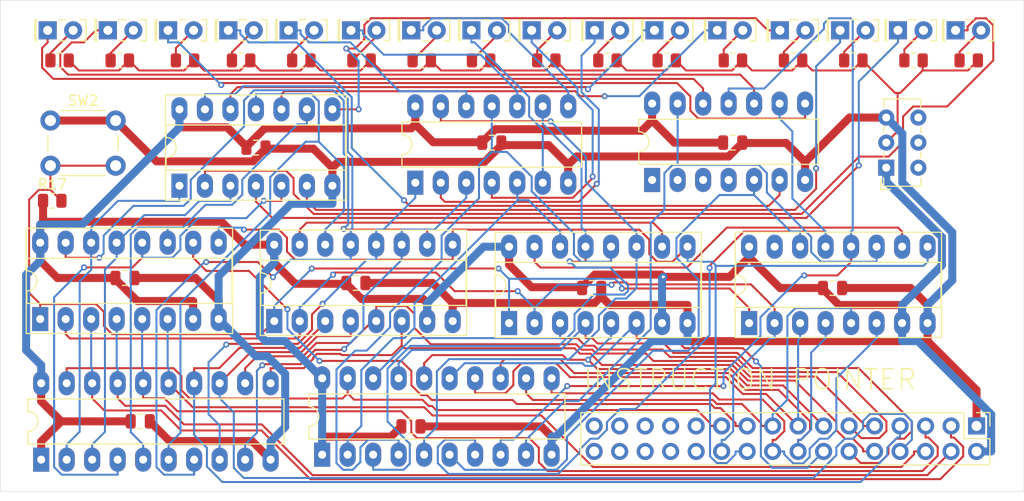
<source format=kicad_pcb>
(kicad_pcb (version 20240108) (generator "pcbnew") (generator_version "8.0")
  (layers (0 "F.Cu" signal) (31 "B.Cu" signal) (34 "B.Paste" user) (35 "F.Paste" user) (36 "B.SilkS" user "B.Silkscreen") (37 "F.SilkS" user "F.Silkscreen") (38 "B.Mask" user) (39 "F.Mask" user) (44 "Edge.Cuts" user))
  (net 0 "")
  (net 1 "Net-(D1-A)")
  (net 2 "Net-(D1-K)")
  (net 3 "Net-(D2-K)")
  (net 4 "Net-(D3-K)")
  (net 5 "Net-(D4-K)")
  (net 6 "Net-(D5-K)")
  (net 7 "Net-(D6-K)")
  (net 8 "Net-(D7-K)")
  (net 9 "Net-(D8-K)")
  (net 10 "Net-(D9-K)")
  (net 11 "Net-(D10-K)")
  (net 12 "Net-(D11-K)")
  (net 13 "Net-(D12-K)")
  (net 14 "Net-(D13-K)")
  (net 15 "Net-(D14-K)")
  (net 16 "Net-(D15-K)")
  (net 17 "Net-(D16-K)")
  (net 19 "/Display/D6")
  (net 20 "VCC")
  (net 22 "Net-(J1-Pin_20)")
  (net 23 "Net-(J1-Pin_22)")
  (net 25 "/Display/D8")
  (net 27 "/Display/D4")
  (net 28 "/Display/D13")
  (net 29 "/Transciever/CE")
  (net 31 "/Display/D2")
  (net 33 "/Display/D7")
  (net 35 "/Display/D12")
  (net 38 "/Display/D5")
  (net 39 "/Display/D1")
  (net 40 "/Display/D10")
  (net 41 "/Display/D3")
  (net 42 "/Display/D14")
  (net 43 "/Display/D9")
  (net 44 "/Display/D11")
  (net 45 "/Display/D15")
  (net 46 "Net-(J1-Pin_19)")
  (net 47 "GND")
  (net 48 "/Display/D0")
  (net 50 "Net-(D2-A)")
  (net 51 "Net-(D3-A)")
  (net 52 "Net-(D4-A)")
  (net 53 "Net-(D5-A)")
  (net 54 "Net-(U1-TC)")
  (net 55 "Net-(D6-A)")
  (net 56 "Net-(U2-TC)")
  (net 57 "Net-(D7-A)")
  (net 58 "Net-(D8-A)")
  (net 59 "Net-(D9-A)")
  (net 60 "Net-(U3-TC)")
  (net 61 "Net-(D10-A)")
  (net 62 "Net-(D11-A)")
  (net 63 "Net-(D12-A)")
  (net 64 "Net-(D13-A)")
  (net 65 "Net-(D14-A)")
  (net 67 "Net-(D15-A)")
  (net 68 "Net-(D16-A)")
  (net 69 "/Transciever/Q7")
  (net 70 "/Transciever/Q13")
  (net 71 "/Transciever/Q8")
  (net 72 "/Transciever/Q0")
  (net 73 "/Transciever/Q6")
  (net 74 "/Transciever/Q3")
  (net 75 "/Transciever/Q5")
  (net 76 "/Transciever/Q10")
  (net 77 "/Transciever/Q9")
  (net 78 "/Transciever/Q2")
  (net 79 "/Transciever/Q14")
  (net 80 "/Transciever/Q12")
  (net 81 "/Transciever/Q15")
  (net 82 "/Transciever/Q11")
  (net 83 "/Transciever/Q1")
  (net 84 "/Transciever/Q4")
  (net 85 "Net-(SW1-B)")
  (net 86 "Net-(U1-~{MR})")
  (footprint "LED_THT:LED_Rectangular_W5.0mm_H2.0mm" (layer "F.Cu") (at 102.95 88)
    (property "Reference" "D10" (hide yes))
    (property "Value" "LED")
  )
  (footprint "Resistor_SMD:R_0805_2012Metric" (layer "F.Cu") (at 122.5 91)
    (property "Reference" "R7" (hide yes))
    (property "Value" "R")
  )
  (footprint "Package_DIP:DIP-16_W7.62mm_Socket_LongPads" (layer "F.Cu") (at 112.7 117.2 90)
    (property "Reference" "U3" (hide yes))
    (property "Value" "74LS161")
  )
  (footprint "Button_Switch_THT:SW_E-Switch_EG1271_SPDT" (layer "F.Cu") (at 150.28 101.7 90)
    (property "Reference" "SW1" (hide yes))
    (property "Value" "SW_SPDT")
  )
  (footprint "Resistor_SMD:R_0805_2012Metric" (layer "F.Cu") (at 153 91)
    (property "Reference" "R2" (hide yes))
    (property "Value" "R")
  )
  (footprint "LED_THT:LED_Rectangular_W5.0mm_H2.0mm" (layer "F.Cu") (at 133.45 88)
    (property "Reference" "D5" (hide yes))
    (property "Value" "LED")
  )
  (footprint "Resistor_SMD:R_0805_2012Metric" (layer "F.Cu") (at 73.9125 91)
    (property "Reference" "R15" (hide yes))
    (property "Value" "R")
  )
  (footprint "LED_THT:LED_Rectangular_W5.0mm_H2.0mm" (layer "F.Cu") (at 157.185 88)
    (property "Reference" "D1" (hide yes))
    (property "Value" "LED")
  )
  (footprint "Package_DIP:DIP-14_W7.62mm_LongPads" (layer "F.Cu") (at 103.355 103.2 90)
    (property "Reference" "U8" (hide yes))
    (property "Value" "74LS04")
  )
  (footprint "LED_THT:LED_Rectangular_W5.0mm_H2.0mm" (layer "F.Cu") (at 151.45 88)
    (property "Reference" "D2" (hide yes))
    (property "Value" "LED")
  )
  (footprint "LED_THT:LED_Rectangular_W5.0mm_H2.0mm" (layer "F.Cu") (at 108.95 88)
    (property "Reference" "D9" (hide yes))
    (property "Value" "LED")
  )
  (footprint "Package_DIP:DIP-20_W7.62mm_LongPads" (layer "F.Cu") (at 66.08 130.82 90)
    (property "Reference" "U5" (hide yes))
    (property "Value" "74LS245")
  )
  (footprint "Resistor_SMD:R_0805_2012Metric" (layer "F.Cu") (at 109.9125 91)
    (property "Reference" "R9" (hide yes))
    (property "Value" "R")
  )
  (footprint "Package_DIP:DIP-16_W7.62mm_Socket_LongPads" (layer "F.Cu") (at 89.3 117 90)
    (property "Reference" "U2" (hide yes))
    (property "Value" "74LS161")
  )
  (footprint "LED_THT:LED_Rectangular_W5.0mm_H2.0mm" (layer "F.Cu") (at 121.225 88)
    (property "Reference" "D7" (hide yes))
    (property "Value" "LED")
  )
  (footprint "Resistor_SMD:R_0805_2012Metric" (layer "F.Cu") (at 141 91)
    (property "Reference" "R4" (hide yes))
    (property "Value" "R")
  )
  (footprint "LED_THT:LED_Rectangular_W5.0mm_H2.0mm" (layer "F.Cu") (at 127.185 88)
    (property "Reference" "D6" (hide yes))
    (property "Value" "LED")
  )
  (footprint "Capacitor_SMD:C_0805_2012Metric" (layer "F.Cu") (at 87.48 99.7)
    (property "Reference" "C1" (hide yes))
    (property "Value" "C")
  )
  (footprint "LED_THT:LED_Rectangular_W5.0mm_H2.0mm" (layer "F.Cu") (at 96.95 88)
    (property "Reference" "D11" (hide yes))
    (property "Value" "LED")
  )
  (footprint "Capacitor_SMD:C_0805_2012Metric" (layer "F.Cu") (at 97.43 113.2)
    (property "Reference" "C4" (hide yes))
    (property "Value" "C")
  )
  (footprint "Button_Switch_THT:SW_PUSH_6mm" (layer "F.Cu") (at 67 97)
    (property "Reference" "SW2")
    (property "Value" "SW_Push")
  )
  (footprint "Resistor_SMD:R_0805_2012Metric" (layer "F.Cu") (at 116.4125 91)
    (property "Reference" "R8" (hide yes))
    (property "Value" "R")
  )
  (footprint "LED_THT:LED_Rectangular_W5.0mm_H2.0mm" (layer "F.Cu") (at 78.725 88)
    (property "Reference" "D14" (hide yes))
    (property "Value" "LED")
  )
  (footprint "Resistor_SMD:R_0805_2012Metric" (layer "F.Cu") (at 80.4125 91)
    (property "Reference" "R14" (hide yes))
    (property "Value" "R")
  )
  (footprint "Package_DIP:DIP-16_W7.62mm_Socket_LongPads" (layer "F.Cu") (at 136.62 117.2 90)
    (property "Reference" "U4" (hide yes))
    (property "Value" "74LS161")
  )
  (footprint "Package_DIP:DIP-20_W7.62mm_LongPads" (layer "F.Cu") (at 94.075 130.325 90)
    (property "Reference" "U6" (hide yes))
    (property "Value" "74LS245")
  )
  (footprint "LED_THT:LED_Rectangular_W5.0mm_H2.0mm" (layer "F.Cu") (at 114.95 88)
    (property "Reference" "D8" (hide yes))
    (property "Value" "LED")
  )
  (footprint "Capacitor_SMD:C_0805_2012Metric" (layer "F.Cu") (at 144.93 113.7)
    (property "Reference" "C9" (hide yes))
    (property "Value" "C")
  )
  (footprint "Capacitor_SMD:C_0805_2012Metric" (layer "F.Cu") (at 75.95 127)
    (property "Reference" "C6" (hide yes))
    (property "Value" "C")
  )
  (footprint "Package_DIP:DIP-16_W7.62mm_Socket_LongPads" (layer "F.Cu") (at 65.98 116.8 90)
    (property "Reference" "U1" (hide yes))
    (property "Value" "74LS161")
  )
  (footprint "LED_THT:LED_Rectangular_W5.0mm_H2.0mm" (layer "F.Cu") (at 72.725 88)
    (property "Reference" "D15" (hide yes))
    (property "Value" "LED")
  )
  (footprint "Resistor_SMD:R_0805_2012Metric" (layer "F.Cu") (at 147 91)
    (property "Reference" "R3" (hide yes))
    (property "Value" "R")
  )
  (footprint "LED_THT:LED_Rectangular_W5.0mm_H2.0mm" (layer "F.Cu") (at 90.725 88)
    (property "Reference" "D12" (hide yes))
    (property "Value" "LED")
  )
  (footprint "Resistor_SMD:R_0805_2012Metric" (layer "F.Cu") (at 67.9125 91)
    (property "Reference" "R16" (hide yes))
    (property "Value" "R")
  )
  (footprint "Resistor_SMD:R_0805_2012Metric" (layer "F.Cu") (at 104 91)
    (property "Reference" "R10" (hide yes))
    (property "Value" "R")
  )
  (footprint "Package_DIP:DIP-14_W7.62mm_LongPads" (layer "F.Cu") (at 126.955 102.925 90)
    (property "Reference" "U9" (hide yes))
    (property "Value" "74LS04")
  )
  (footprint "Resistor_SMD:R_0805_2012Metric" (layer "F.Cu") (at 135 91)
    (property "Reference" "R5" (hide yes))
    (property "Value" "R")
  )
  (footprint "LED_THT:LED_Rectangular_W5.0mm_H2.0mm" (layer "F.Cu") (at 139.685 88)
    (property "Reference" "D4" (hide yes))
    (property "Value" "LED")
  )
  (footprint "Resistor_SMD:R_0805_2012Metric" (layer "F.Cu") (at 158.5 91)
    (property "Reference" "R1" (hide yes))
    (property "Value" "R")
  )
  (footprint "Resistor_SMD:R_0805_2012Metric" (layer "F.Cu") (at 98 91)
    (property "Reference" "R11" (hide yes))
    (property "Value" "R")
  )
  (footprint "Resistor_SMD:R_0805_2012Metric" (layer "F.Cu") (at 92 91)
    (property "Reference" "R12" (hide yes))
    (property "Value" "R")
  )
  (footprint "LED_THT:LED_Rectangular_W5.0mm_H2.0mm" (layer "F.Cu") (at 145.685 88)
    (property "Reference" "D3" (hide yes))
    (property "Value" "LED")
  )
  (footprint "Capacitor_SMD:C_0805_2012Metric" (layer "F.Cu") (at 120.93 113.7)
    (property "Reference" "C8" (hide yes))
    (property "Value" "C")
  )
  (footprint "Capacitor_SMD:C_0805_2012Metric" (layer "F.Cu") (at 110.98 99.2)
    (property "Reference" "C2" (hide yes))
    (property "Value" "C")
  )
  (footprint "Capacitor_SMD:C_0805_2012Metric" (layer "F.Cu") (at 74.43 112.7)
    (property "Reference" "C5" (hide yes))
    (property "Value" "C")
  )
  (footprint "Capacitor_SMD:C_0805_2012Metric" (layer "F.Cu") (at 134.98 99.2)
    (property "Reference" "C3" (hide yes))
    (property "Value" "C")
  )
  (footprint "Connector_PinHeader_2.54mm:PinHeader_2x16_P2.54mm_Vertical" (layer "F.Cu") (at 159.28 127.46 -90)
    (property "Reference" "J1" (hide yes))
    (property "Value" "Conn_01x32_Pin")
  )
  (footprint "Resistor_SMD:R_0805_2012Metric" (layer "F.Cu") (at 67.18 105)
    (property "Reference" "R17")
    (property "Value" "R")
  )
  (footprint "Resistor_SMD:R_0805_2012Metric" (layer "F.Cu") (at 128.4125 91)
    (property "Reference" "R6" (hide yes))
    (property "Value" "R")
  )
  (footprint "Capacitor_SMD:C_0805_2012Metric" (layer "F.Cu") (at 102.915 127.505)
    (property "Reference" "C7" (hide yes))
    (property "Value" "C")
  )
  (footprint "LED_THT:LED_Rectangular_W5.0mm_H2.0mm" (layer "F.Cu") (at 66.725 88)
    (property "Reference" "D16" (hide yes))
    (property "Value" "LED")
  )
  (footprint "Resistor_SMD:R_0805_2012Metric" (layer "F.Cu") (at 86 91)
    (property "Reference" "R13" (hide yes))
    (property "Value" "R")
  )
  (footprint "Package_DIP:DIP-14_W7.62mm_Socket_LongPads" (layer "F.Cu") (at 79.855 103.5 90)
    (property "Reference" "U7" (hide yes))
    (property "Value" "74LS04")
  )
  (footprint "LED_THT:LED_Rectangular_W5.0mm_H2.0mm" (layer "F.Cu") (at 84.725 88)
    (property "Reference" "D13" (hide yes))
    (property "Value" "LED")
  )
  (gr_rect (start 62 85) (end 164 134) (stroke (width 0.05)) (fill none) (layer "Edge.Cuts"))
  (gr_text "INSTRUCTION POINTER" (at 120 124 0) (layer "F.SilkS") (effects (font (size 2 2)) (justify left bottom)))
  (segment (start 157.5875 90.1375) (end 159.725 88) (width 0.2) (layer "F.Cu") (net 1))
  (segment (start 157.5875 91) (end 157.5875 90.1375) (width 0.2) (layer "F.Cu") (net 1))
  (segment (start 82.395 101.9983) (end 90.4843 101.9983) (width 0.2) (layer "F.Cu") (net 2))
  (segment (start 141.8622 106.3126) (end 147.5833 100.5915) (width 0.2) (layer "F.Cu") (net 2))
  (segment (start 90.4843 101.9983) (end 91.2291 102.7431) (width 0.2) (layer "F.Cu") (net 2))
  (segment (start 93.2286 106.3126) (end 141.8622 106.3126) (width 0.2) (layer "F.Cu") (net 2))
  (segment (start 151.9554 96.5998) (end 152.9569 95.5983) (width 0.2) (layer "F.Cu") (net 2))
  (segment (start 91.2291 102.7431) (end 91.2291 104.3131) (width 0.2) (layer "F.Cu") (net 2))
  (segment (start 157.185 88) (end 158.3867 88) (width 0.2) (layer "F.Cu") (net 2))
  (segment (start 158.3867 87.6244) (end 158.3867 88) (width 0.2) (layer "F.Cu") (net 2))
  (segment (start 82.395 103.5) (end 82.395 101.9983) (width 0.2) (layer "F.Cu") (net 2))
  (segment (start 91.2291 104.3131) (end 93.2286 106.3126) (width 0.2) (layer "F.Cu") (net 2))
  (segment (start 152.9569 95.5983) (end 156.3495 95.5983) (width 0.2) (layer "F.Cu") (net 2))
  (segment (start 156.3495 95.5983) (end 160.9453 91.0025) (width 0.2) (layer "F.Cu") (net 2))
  (segment (start 159.2128 86.7983) (end 158.3867 87.6244) (width 0.2) (layer "F.Cu") (net 2))
  (segment (start 147.5833 100.5915) (end 150.5192 100.5915) (width 0.2) (layer "F.Cu") (net 2))
  (segment (start 160.9453 87.5045) (end 160.2391 86.7983) (width 0.2) (layer "F.Cu") (net 2))
  (segment (start 150.5192 100.5915) (end 151.9554 99.1553) (width 0.2) (layer "F.Cu") (net 2))
  (segment (start 160.2391 86.7983) (end 159.2128 86.7983) (width 0.2) (layer "F.Cu") (net 2))
  (segment (start 160.9453 91.0025) (end 160.9453 87.5045) (width 0.2) (layer "F.Cu") (net 2))
  (segment (start 151.9554 99.1553) (end 151.9554 96.5998) (width 0.2) (layer "F.Cu") (net 2))
  (segment (start 87.475 105.0017) (end 87.475 105.0764) (width 0.2) (layer "F.Cu") (net 3))
  (segment (start 142.3113 106.7143) (end 147.5443 101.4813) (width 0.2) (layer "F.Cu") (net 3))
  (segment (start 87.475 103.5) (end 87.475 105.0017) (width 0.2) (layer "F.Cu") (net 3))
  (segment (start 89.1129 106.7143) (end 142.3113 106.7143) (width 0.2) (layer "F.Cu") (net 3))
  (segment (start 87.475 105.0764) (end 89.1129 106.7143) (width 0.2) (layer "F.Cu") (net 3))
  (via (at 147.5443 101.4813) (size 0.6) (drill 0.3) (layers "F.Cu" "B.Cu") (net 3))
  (segment (start 147.5443 101.4813) (end 147.5443 93.1074) (width 0.2) (layer "B.Cu") (net 3))
  (segment (start 151.45 88) (end 151.45 89.2017) (width 0.2) (layer "B.Cu") (net 3))
  (segment (start 147.5443 93.1074) (end 151.45 89.2017) (width 0.2) (layer "B.Cu") (net 3))
  (segment (start 141.1893 105.9094) (end 143.2973 103.8014) (width 0.2) (layer "F.Cu") (net 4))
  (segment (start 92.555 103.5) (end 92.555 105.0017) (width 0.2) (layer "F.Cu") (net 4))
  (segment (start 143.2973 103.8014) (end 143.2973 101.7698) (width 0.2) (layer "F.Cu") (net 4))
  (segment (start 93.4627 105.9094) (end 141.1893 105.9094) (width 0.2) (layer "F.Cu") (net 4))
  (segment (start 92.555 105.0017) (end 93.4627 105.9094) (width 0.2) (layer "F.Cu") (net 4))
  (via (at 143.2973 101.7698) (size 0.6) (drill 0.3) (layers "F.Cu" "B.Cu") (net 4))
  (segment (start 143.2973 91.5894) (end 143.2973 101.7698) (width 0.2) (layer "B.Cu") (net 4))
  (segment (start 145.685 89.2017) (end 143.2973 91.5894) (width 0.2) (layer "B.Cu") (net 4))
  (segment (start 145.685 88) (end 145.685 89.2017) (width 0.2) (layer "B.Cu") (net 4))
  (segment (start 97.3609 89.8158) (end 96.4758 89.8158) (width 0.2) (layer "F.Cu") (net 5))
  (segment (start 95.095 95.88) (end 97.7117 95.88) (width 0.2) (layer "F.Cu") (net 5))
  (segment (start 139.685 88) (end 138.4833 88) (width 0.2) (layer "F.Cu") (net 5))
  (segment (start 98.2783 88.8984) (end 97.3609 89.8158) (width 0.2) (layer "F.Cu") (net 5))
  (segment (start 138.4833 88) (end 137.2735 86.7902) (width 0.2) (layer "F.Cu") (net 5))
  (segment (start 98.2783 87.4545) (end 98.2783 88.8984) (width 0.2) (layer "F.Cu") (net 5))
  (segment (start 137.2735 86.7902) (end 98.9426 86.7902) (width 0.2) (layer "F.Cu") (net 5))
  (segment (start 98.9426 86.7902) (end 98.2783 87.4545) (width 0.2) (layer "F.Cu") (net 5))
  (via (at 97.7117 95.88) (size 0.6) (drill 0.3) (layers "F.Cu" "B.Cu") (net 5))
  (via (at 96.4758 89.8158) (size 0.6) (drill 0.3) (layers "F.Cu" "B.Cu") (net 5))
  (segment (start 97.7117 91.0517) (end 97.7117 95.88) (width 0.2) (layer "B.Cu") (net 5))
  (segment (start 96.4758 89.8158) (end 97.7117 91.0517) (width 0.2) (layer "B.Cu") (net 5))
  (segment (start 90.015 95.88) (end 90.015 94.3783) (width 0.2) (layer "F.Cu") (net 6))
  (segment (start 90.3222 94.0711) (end 119.2966 94.0711) (width 0.2) (layer "F.Cu") (net 6))
  (segment (start 119.2966 94.0711) (end 119.7926 94.5671) (width 0.2) (layer "F.Cu") (net 6))
  (segment (start 90.015 94.3783) (end 90.3222 94.0711) (width 0.2) (layer "F.Cu") (net 6))
  (segment (start 119.7926 94.5671) (end 122.2254 94.5671) (width 0.2) (layer "F.Cu") (net 6))
  (via (at 122.2254 94.5671) (size 0.6) (drill 0.3) (layers "F.Cu" "B.Cu") (net 6))
  (segment (start 125.6812 94.5671) (end 132.2483 88) (width 0.2) (layer "B.Cu") (net 6))
  (segment (start 122.2254 94.5671) (end 125.6812 94.5671) (width 0.2) (layer "B.Cu") (net 6))
  (segment (start 133.45 88) (end 132.2483 88) (width 0.2) (layer "B.Cu") (net 6))
  (segment (start 84.935 95.88) (end 84.935 94.3783) (width 0.2) (layer "F.Cu") (net 7))
  (segment (start 120.358 93.6622) (end 120.5637 93.8679) (width 0.2) (layer "F.Cu") (net 7))
  (segment (start 85.6511 93.6622) (end 120.358 93.6622) (width 0.2) (layer "F.Cu") (net 7))
  (segment (start 84.935 94.3783) (end 85.6511 93.6622) (width 0.2) (layer "F.Cu") (net 7))
  (via (at 120.5637 93.8679) (size 0.6) (drill 0.3) (layers "F.Cu" "B.Cu") (net 7))
  (segment (start 125.9833 88) (end 125.9833 88.4483) (width 0.2) (layer "B.Cu") (net 7))
  (segment (start 125.9833 88.4483) (end 120.5637 93.8679) (width 0.2) (layer "B.Cu") (net 7))
  (segment (start 127.185 88) (end 125.9833 88) (width 0.2) (layer "B.Cu") (net 7))
  (segment (start 106.2993 105.106) (end 105.895 104.7017) (width 0.2) (layer "F.Cu") (net 8))
  (segment (start 119.645 105.106) (end 106.2993 105.106) (width 0.2) (layer "F.Cu") (net 8))
  (segment (start 121.4349 103.3161) (end 119.645 105.106) (width 0.2) (layer "F.Cu") (net 8))
  (segment (start 105.895 103.2) (end 105.895 104.7017) (width 0.2) (layer "F.Cu") (net 8))
  (via (at 121.4349 103.3161) (size 0.6) (drill 0.3) (layers "F.Cu" "B.Cu") (net 8))
  (segment (start 121.4349 103.3161) (end 121.6367 103.1143) (width 0.2) (layer "B.Cu") (net 8))
  (segment (start 119.9202 94.174) (end 119.9202 90.5065) (width 0.2) (layer "B.Cu") (net 8))
  (segment (start 119.9202 90.5065) (end 121.225 89.2017) (width 0.2) (layer "B.Cu") (net 8))
  (segment (start 121.6367 95.8905) (end 119.9202 94.174) (width 0.2) (layer "B.Cu") (net 8))
  (segment (start 121.225 88) (end 121.225 89.2017) (width 0.2) (layer "B.Cu") (net 8))
  (segment (start 121.6367 103.1143) (end 121.6367 95.8905) (width 0.2) (layer "B.Cu") (net 8))
  (segment (start 119.0586 104.7017) (end 121.0293 102.731) (width 0.2) (layer "F.Cu") (net 9))
  (segment (start 121.0293 102.731) (end 121.0293 102.5815) (width 0.2) (layer "F.Cu") (net 9))
  (segment (start 110.975 103.2) (end 110.975 104.7017) (width 0.2) (layer "F.Cu") (net 9))
  (segment (start 110.975 104.7017) (end 119.0586 104.7017) (width 0.2) (layer "F.Cu") (net 9))
  (via (at 121.0293 102.5815) (size 0.6) (drill 0.3) (layers "F.Cu" "B.Cu") (net 9))
  (segment (start 114.95 89.2017) (end 119.5185 93.7702) (width 0.2) (layer "B.Cu") (net 9))
  (segment (start 119.5185 94.4359) (end 121.0293 95.9467) (width 0.2) (layer "B.Cu") (net 9))
  (segment (start 121.0293 95.9467) (end 121.0293 102.5815) (width 0.2) (layer "B.Cu") (net 9))
  (segment (start 114.95 88) (end 114.95 89.2017) (width 0.2) (layer "B.Cu") (net 9))
  (segment (start 119.5185 93.7702) (end 119.5185 94.4359) (width 0.2) (layer "B.Cu") (net 9))
  (segment (start 114.6978 96.5598) (end 116.055 97.917) (width 0.2) (layer "B.Cu") (net 10))
  (segment (start 108.95 89.2017) (end 109.2504 89.2017) (width 0.2) (layer "B.Cu") (net 10))
  (segment (start 116.055 97.917) (end 116.055 103.2) (width 0.2) (layer "B.Cu") (net 10))
  (segment (start 108.95 88) (end 108.95 89.2017) (width 0.2) (layer "B.Cu") (net 10))
  (segment (start 109.2504 89.2017) (end 114.6978 94.6491) (width 0.2) (layer "B.Cu") (net 10))
  (segment (start 114.6978 94.6491) (end 114.6978 96.5598) (width 0.2) (layer "B.Cu") (net 10))
  (segment (start 104.9778 86.7983) (end 111.9878 86.7983) (width 0.2) (layer "B.Cu") (net 11))
  (segment (start 111.9878 86.7983) (end 112.6917 87.5022) (width 0.2) (layer "B.Cu") (net 11))
  (segment (start 112.6917 87.5022) (end 112.6917 88.175) (width 0.2) (layer "B.Cu") (net 11))
  (segment (start 118.595 95.58) (end 118.595 94.0783) (width 0.2) (layer "B.Cu") (net 11))
  (segment (start 104.1517 88) (end 104.1517 87.6244) (width 0.2) (layer "B.Cu") (net 11))
  (segment (start 102.95 88) (end 104.1517 88) (width 0.2) (layer "B.Cu") (net 11))
  (segment (start 104.1517 87.6244) (end 104.9778 86.7983) (width 0.2) (layer "B.Cu") (net 11))
  (segment (start 112.6917 88.175) (end 118.595 94.0783) (width 0.2) (layer "B.Cu") (net 11))
  (segment (start 96.95 88) (end 98.1517 88) (width 0.2) (layer "B.Cu") (net 12))
  (segment (start 98.1517 88.3755) (end 98.1517 88) (width 0.2) (layer "B.Cu") (net 12))
  (segment (start 113.515 95.58) (end 113.515 94.0783) (width 0.2) (layer "B.Cu") (net 12))
  (segment (start 113.515 94.0783) (end 109.8686 90.4319) (width 0.2) (layer "B.Cu") (net 12))
  (segment (start 109.8686 90.4319) (end 100.2081 90.4319) (width 0.2) (layer "B.Cu") (net 12))
  (segment (start 100.2081 90.4319) (end 98.1517 88.3755) (width 0.2) (layer "B.Cu") (net 12))
  (segment (start 108.435 95.58) (end 108.435 94.0783) (width 0.2) (layer "B.Cu") (net 13))
  (segment (start 91.9267 88.3756) (end 91.9267 88) (width 0.2) (layer "B.Cu") (net 13))
  (segment (start 90.725 88) (end 91.9267 88) (width 0.2) (layer "B.Cu") (net 13))
  (segment (start 92.7528 89.2017) (end 91.9267 88.3756) (width 0.2) (layer "B.Cu") (net 13))
  (segment (start 96.8797 89.2017) (end 92.7528 89.2017) (width 0.2) (layer "B.Cu") (net 13))
  (segment (start 108.435 94.0783) (end 101.7563 94.0783) (width 0.2) (layer "B.Cu") (net 13))
  (segment (start 101.7563 94.0783) (end 96.8797 89.2017) (width 0.2) (layer "B.Cu") (net 13))
  (segment (start 102.7911 105.5077) (end 102.2306 104.9472) (width 0.2) (layer "F.Cu") (net 14))
  (segment (start 139.655 102.925) (end 139.655 104.4267) (width 0.2) (layer "F.Cu") (net 14))
  (segment (start 138.574 105.5077) (end 102.7911 105.5077) (width 0.2) (layer "F.Cu") (net 14))
  (segment (start 139.655 104.4267) (end 138.574 105.5077) (width 0.2) (layer "F.Cu") (net 14))
  (via (at 102.2306 104.9472) (size 0.6) (drill 0.3) (layers "F.Cu" "B.Cu") (net 14))
  (segment (start 97.0245 99.7411) (end 97.0245 94.6832) (width 0.2) (layer "B.Cu") (net 14))
  (segment (start 84.725 88) (end 85.9267 88) (width 0.2) (layer "B.Cu") (net 14))
  (segment (start 91.543 89.2017) (end 86.7528 89.2017) (width 0.2) (layer "B.Cu") (net 14))
  (segment (start 85.9267 88.3756) (end 85.9267 88) (width 0.2) (layer "B.Cu") (net 14))
  (segment (start 97.0245 94.6832) (end 91.543 89.2017) (width 0.2) (layer "B.Cu") (net 14))
  (segment (start 102.2306 104.9472) (end 97.0245 99.7411) (width 0.2) (layer "B.Cu") (net 14))
  (segment (start 86.7528 89.2017) (end 85.9267 88.3756) (width 0.2) (layer "B.Cu") (net 14))
  (segment (start 130.765 94.5893) (end 129.4347 93.259) (width 0.2) (layer "F.Cu") (net 15))
  (segment (start 129.4347 93.259) (end 84.214 93.259) (width 0.2) (layer "F.Cu") (net 15))
  (segment (start 130.765 96.0117) (end 130.765 94.5893) (width 0.2) (layer "F.Cu") (net 15))
  (segment (start 142.195 95.305) (end 142.195 96.8067) (width 0.2) (layer "F.Cu") (net 15))
  (segment (start 142.195 96.8067) (end 131.56 96.8067) (width 0.2) (layer "F.Cu") (net 15))
  (segment (start 131.56 96.8067) (end 130.765 96.0117) (width 0.2) (layer "F.Cu") (net 15))
  (segment (start 84.214 93.259) (end 84.0172 93.4558) (width 0.2) (layer "F.Cu") (net 15))
  (via (at 84.0172 93.4558) (size 0.6) (drill 0.3) (layers "F.Cu" "B.Cu") (net 15))
  (segment (start 78.725 88) (end 78.725 89.2017) (width 0.2) (layer "B.Cu") (net 15))
  (segment (start 78.725 89.2017) (end 79.7631 89.2017) (width 0.2) (layer "B.Cu") (net 15))
  (segment (start 79.7631 89.2017) (end 84.0172 93.4558) (width 0.2) (layer "B.Cu") (net 15))
  (segment (start 137.115 95.305) (end 137.115 93.8033) (width 0.2) (layer "F.Cu") (net 16))
  (segment (start 137.115 93.8033) (end 135.7332 92.4215) (width 0.2) (layer "F.Cu") (net 16))
  (segment (start 67.9825 91.6521) (end 67.9825 90.3339) (width 0.2) (layer "F.Cu") (net 16))
  (segment (start 135.7332 92.4215) (end 68.7519 92.4215) (width 0.2) (layer "F.Cu") (net 16))
  (segment (start 70.3216 89.2017) (end 71.5233 88) (width 0.2) (layer "F.Cu") (net 16))
  (segment (start 67.9825 90.3339) (end 69.1147 89.2017) (width 0.2) (layer "F.Cu") (net 16))
  (segment (start 72.725 88) (end 71.5233 88) (width 0.2) (layer "F.Cu") (net 16))
  (segment (start 69.1147 89.2017) (end 70.3216 89.2017) (width 0.2) (layer "F.Cu") (net 16))
  (segment (start 68.7519 92.4215) (end 67.9825 91.6521) (width 0.2) (layer "F.Cu") (net 16))
  (segment (start 66.725 88) (end 66.725 89.2017) (width 0.2) (layer "F.Cu") (net 17))
  (segment (start 66.1682 91.7136) (end 67.2965 92.8419) (width 0.2) (layer "F.Cu") (net 17))
  (segment (start 131.0736 92.8419) (end 132.035 93.8033) (width 0.2) (layer "F.Cu") (net 17))
  (segment (start 66.725 89.2017) (end 66.1682 89.7585) (width 0.2) (layer "F.Cu") (net 17))
  (segment (start 66.1682 89.7585) (end 66.1682 91.7136) (width 0.2) (layer "F.Cu") (net 17))
  (segment (start 132.035 95.305) (end 132.035 93.8033) (width 0.2) (layer "F.Cu") (net 17))
  (segment (start 67.2965 92.8419) (end 131.0736 92.8419) (width 0.2) (layer "F.Cu") (net 17))
  (segment (start 84.5218 119.3417) (end 84.5905 119.273) (width 0.2) (layer "F.Cu") (net 19))
  (segment (start 93.0627 117.8683) (end 93.0627 116.3321) (width 0.2) (layer "F.Cu") (net 19))
  (segment (start 84.5905 119.273) (end 91.658 119.273) (width 0.2) (layer "F.Cu") (net 19))
  (segment (start 91.658 119.273) (end 93.0627 117.8683) (width 0.2) (layer "F.Cu") (net 19))
  (segment (start 93.0627 116.3321) (end 94.1117 115.2831) (width 0.2) (layer "F.Cu") (net 19))
  (via (at 94.1117 115.2831) (size 0.6) (drill 0.3) (layers "F.Cu" "B.Cu") (net 19))
  (via (at 84.5218 119.3417) (size 0.6) (drill 0.3) (layers "F.Cu" "B.Cu") (net 19))
  (segment (start 83.86 130.82) (end 83.86 127.4077) (width 0.2) (layer "B.Cu") (net 19))
  (segment (start 99.46 107.8783) (end 100.1784 107.8783) (width 0.2) (layer "B.Cu") (net 19))
  (segment (start 103.355 103.2) (end 103.355 104.7017) (width 0.2) (layer "B.Cu") (net 19))
  (segment (start 99.46 109.38) (end 99.46 107.8783) (width 0.2) (layer "B.Cu") (net 19))
  (segment (start 83.86 127.4077) (end 82.7556 126.3033) (width 0.2) (layer "B.Cu") (net 19))
  (segment (start 98.5131 110.8817) (end 94.1117 115.2831) (width 0.2) (layer "B.Cu") (net 19))
  (segment (start 99.46 109.38) (end 99.46 110.8817) (width 0.2) (layer "B.Cu") (net 19))
  (segment (start 100.1784 107.8783) (end 103.355 104.7017) (width 0.2) (layer "B.Cu") (net 19))
  (segment (start 99.46 110.8817) (end 98.5131 110.8817) (width 0.2) (layer "B.Cu") (net 19))
  (segment (start 82.7556 121.1079) (end 84.5218 119.3417) (width 0.2) (layer "B.Cu") (net 19))
  (segment (start 82.7556 126.3033) (end 82.7556 121.1079) (width 0.2) (layer "B.Cu") (net 19))
  (segment (start 119.98 113.623) (end 119.98 113.7) (width 0.8) (layer "F.Cu") (net 20))
  (segment (start 143.98 113.7) (end 143.98 113.8075) (width 0.8) (layer "F.Cu") (net 20))
  (segment (start 116.2948 98.0131) (end 125.9352 98.0131) (width 0.8) (layer "F.Cu") (net 20))
  (segment (start 96.4023 113.2777) (end 96.4412 113.2388) (width 0.8) (layer "F.Cu") (net 20))
  (segment (start 110.03 99.2) (end 110.03 99.1613) (width 0.8) (layer "F.Cu") (net 20))
  (segment (start 112.7 111.3817) (end 114.9413 113.623) (width 0.8) (layer "F.Cu") (net 20))
  (segment (start 100.9467 128.5233) (end 101.965 127.505) (width 0.8) (layer "F.Cu") (net 20))
  (segment (start 116.1414 97.8597) (end 116.2948 98.0131) (width 0.8) (layer "F.Cu") (net 20))
  (segment (start 94.075 130.325) (end 94.075 128.5233) (width 0.8) (layer "F.Cu") (net 20))
  (segment (start 121.2426 112.3604) (end 127.8397 112.3604) (width 0.8) (layer "F.Cu") (net 20))
  (segment (start 112.7 109.58) (end 112.7 111.3817) (width 0.8) (layer "F.Cu") (net 20))
  (segment (start 139.6952 113.7) (end 143.98 113.7) (width 0.8) (layer "F.Cu") (net 20))
  (segment (start 94.075 128.5233) (end 100.9467 128.5233) (width 0.8) (layer "F.Cu") (net 20))
  (segment (start 66.08 123.2) (end 66.08 125.0017) (width 0.8) (layer "F.Cu") (net 20))
  (segment (start 102.9548 97.7819) (end 103.355 97.3817) (width 0.8) (layer "F.Cu") (net 20))
  (segment (start 151.86 117.2) (end 151.86 115.3983) (width 0.8) (layer "F.Cu") (net 20))
  (segment (start 89.3 109.38) (end 89.3 111.1817) (width 0.8) (layer "F.Cu") (net 20))
  (segment (start 110.03 99.1613) (end 105.1346 99.1613) (width 0.8) (layer "F.Cu") (net 20))
  (segment (start 73.48 112.8241) (end 75.6542 114.9983) (width 0.8) (layer "F.Cu") (net 20))
  (segment (start 125.9352 98.0131) (end 126.955 96.9933) (width 0.8) (layer "F.Cu") (net 20))
  (segment (start 86.3424 109.38) (end 89.3 109.38) (width 0.8) (layer "F.Cu") (net 20))
  (segment (start 65.98 108.8022) (end 65.98 107.3783) (width 0.8) (layer "F.Cu") (net 20))
  (segment (start 84.0532 107.0908) (end 86.3424 109.38) (width 0.8) (layer "F.Cu") (net 20))
  (segment (start 65.98 107.3783) (end 66.2675 107.0908) (width 0.8) (layer "F.Cu") (net 20))
  (segment (start 136.62 110.6248) (end 139.6952 113.7) (width 0.8) (layer "F.Cu") (net 20))
  (segment (start 128.0683 112.589) (end 134.6558 112.589) (width 0.8) (layer "F.Cu") (net 20))
  (segment (start 126.955 96.9933) (end 129.1617 99.2) (width 0.8) (layer "F.Cu") (net 20))
  (segment (start 129.1617 99.2) (end 134.03 99.2) (width 0.8) (layer "F.Cu") (net 20))
  (segment (start 143.98 113.8075) (end 145.5708 115.3983) (width 0.8) (layer "F.Cu") (net 20))
  (segment (start 105.1346 99.1613) (end 103.355 97.3817) (width 0.8) (layer "F.Cu") (net 20))
  (segment (start 114.9413 113.623) (end 119.98 113.623) (width 0.8) (layer "F.Cu") (net 20))
  (segment (start 89.3 111.1817) (end 91.396 113.2777) (width 0.8) (layer "F.Cu") (net 20))
  (segment (start 119.98 113.623) (end 121.2426 112.3604) (width 0.8) (layer "F.Cu") (net 20))
  (segment (start 126.955 95.305) (end 126.955 96.9933) (width 0.8) (layer "F.Cu") (net 20))
  (segment (start 81.22 116.8) (end 81.22 114.9983) (width 0.8) (layer "F.Cu") (net 20))
  (segment (start 75 127) (end 68.0783 127) (width 0.8) (layer "F.Cu") (net 20))
  (segment (start 97.9934 114.7911) (end 104.1328 114.7911) (width 0.8) (layer "F.Cu") (net 20))
  (segment (start 67.6983 112.7) (end 73.48 112.7) (width 0.8) (layer "F.Cu") (net 20))
  (segment (start 86.53 99.5969) (end 88.345 97.7819) (width 0.8) (layer "F.Cu") (net 20))
  (segment (start 88.345 97.7819) (end 102.9548 97.7819) (width 0.8) (layer "F.Cu") (net 20))
  (segment (start 75.6542 114.9983) (end 81.22 114.9983) (width 0.8) (layer "F.Cu") (net 20))
  (segment (start 104.1328 114.7911) (end 104.54 115.1983) (width 0.8) (layer "F.Cu") (net 20))
  (segment (start 134.6558 112.589) (end 136.62 110.6248) (width 0.8) (layer "F.Cu") (net 20))
  (segment (start 65.98 108.8022) (end 65.98 109.18) (width 0.8) (layer "F.Cu") (net 20))
  (segment (start 110.03 99.1613) (end 111.3316 97.8597) (width 0.8) (layer "F.Cu") (net 20))
  (segment (start 65.98 110.9817) (end 67.6983 112.7) (width 0.8) (layer "F.Cu") (net 20))
  (segment (start 68.0783 127) (end 66.08 125.0017) (width 0.8) (layer "F.Cu") (net 20))
  (segment (start 104.54 117) (end 104.54 115.1983) (width 0.8) (layer "F.Cu") (net 20))
  (segment (start 127.8397 112.3604) (end 128.0683 112.589) (width 0.8) (layer "F.Cu") (net 20))
  (segment (start 91.396 113.2777) (end 96.4023 113.2777) (width 0.8) (layer "F.Cu") (net 20))
  (segment (start 66.2675 107.0908) (end 66.2675 105) (width 0.8) (layer "F.Cu") (net 20))
  (segment (start 66.2675 107.0908) (end 84.0532 107.0908) (width 0.8) (layer "F.Cu") (net 20))
  (segment (start 73.48 112.7) (end 73.48 112.8241) (width 0.8) (layer "F.Cu") (net 20))
  (segment (start 79.855 97.6817) (end 84.6148 97.6817) (width 0.8) (layer "F.Cu") (net 20))
  (segment (start 86.53 99.5969) (end 86.53 99.7) (width 0.8) (layer "F.Cu") (net 20))
  (segment (start 136.62 109.58) (end 136.62 110.6248) (width 0.8) (layer "F.Cu") (net 20))
  (segment (start 65.98 109.18) (end 65.98 110.9817) (width 0.8) (layer "F.Cu") (net 20))
  (segment (start 96.4412 113.2388) (end 96.48 113.2) (width 0.8) (layer "F.Cu") (net 20))
  (segment (start 84.6148 97.6817) (end 86.53 99.5969) (width 0.8) (layer "F.Cu") (net 20))
  (segment (start 79.855 95.88) (end 79.855 97.6817) (width 0.8) (layer "F.Cu") (net 20))
  (segment (start 96.4412 113.2388) (end 97.9934 114.7911) (width 0.8) (layer "F.Cu") (net 20))
  (segment (start 66.08 128.9983) (end 66.08 130.82) (width 0.8) (layer "F.Cu") (net 20))
  (segment (start 68.0783 127) (end 66.08 128.9983) (width 0.8) (layer "F.Cu") (net 20))
  (segment (start 103.355 95.58) (end 103.355 97.3817) (width 0.8) (layer "F.Cu") (net 20))
  (segment (start 145.5708 115.3983) (end 151.86 115.3983) (width 0.8) (layer "F.Cu") (net 20))
  (segment (start 111.3316 97.8597) (end 116.1414 97.8597) (width 0.8) (layer "F.Cu") (net 20))
  (via (at 128.0683 112.589) (size 0.6) (drill 0.3) (layers "F.Cu" "B.Cu") (net 20))
  (segment (start 151.86 117.2) (end 151.86 115.3983) (width 0.8) (layer "B.Cu") (net 20))
  (segment (start 151.86 115.3983) (end 155.831 111.4273) (width 0.8) (layer "B.Cu") (net 20))
  (segment (start 88.424 118.9941) (end 90.3641 118.9941) (width 0.8) (layer "B.Cu") (net 20))
  (segment (start 94.075 130.325) (end 94.075 122.705) (width 0.8) (layer "B.Cu") (net 20))
  (segment (start 153.4365 119.0017) (end 151.86 119.0017) (width 0.8) (layer "B.Cu") (net 20))
  (segment (start 155.831 108.6286) (end 150.3041 103.1017) (width 0.8) (layer "B.Cu") (net 20))
  (segment (start 79.855 95.88) (end 79.855 97.6817) (width 0.8) (layer "B.Cu") (net 20))
  (segment (start 87.8643 112.6174) (end 87.8643 118.4344) (width 0.8) (layer "B.Cu") (net 20))
  (segment (start 64.5783 119.8966) (end 64.5783 112.3834) (width 0.8) (layer "B.Cu") (net 20))
  (segment (start 70.1584 107.3783) (end 65.98 107.3783) (width 0.8) (layer "B.Cu") (net 20))
  (segment (start 89.3 109.38) (end 89.3 111.1817) (width 0.8) (layer "B.Cu") (net 20))
  (segment (start 87.8643 118.4344) (end 88.424 118.9941) (width 0.8) (layer "B.Cu") (net 20))
  (segment (start 127.94 117.2) (end 127.94 112.7173) (width 0.8) (layer "B.Cu") (net 20))
  (segment (start 155.831 111.4273) (end 155.831 108.6286) (width 0.8) (layer "B.Cu") (net 20))
  (segment (start 150.3041 103.1017) (end 150.28 103.1017) (width 0.8) (layer "B.Cu") (net 20))
  (segment (start 79.855 97.6817) (end 70.1584 107.3783) (width 0.8) (layer "B.Cu") (net 20))
  (segment (start 151.86 117.2156) (end 151.86 117.2) (width 0.8) (layer "B.Cu") (net 20))
  (segment (start 64.5783 112.3834) (end 65.98 110.9817) (width 0.8) (layer "B.Cu") (net 20))
  (segment (start 110.1583 109.58) (end 112.7 109.58) (width 0.8) (layer "B.Cu") (net 20))
  (segment (start 160.7317 130) (end 160.7317 126.2969) (width 0.8) (layer "B.Cu") (net 20))
  (segment (start 151.86 117.2156) (end 151.86 119.0017) (width 0.8) (layer "B.Cu") (net 20))
  (segment (start 90.3641 118.9941) (end 94.075 122.705) (width 0.8) (layer "B.Cu") (net 20))
  (segment (start 65.98 109.18) (end 65.98 110.9817) (width 0.8) (layer "B.Cu") (net 20))
  (segment (start 104.54 117) (end 104.54 115.1983) (width 0.8) (layer "B.Cu") (net 20))
  (segment (start 66.08 121.3983) (end 64.5783 119.8966) (width 0.8) (layer "B.Cu") (net 20))
  (segment (start 127.94 112.7173) (end 128.0683 112.589) (width 0.8) (layer "B.Cu") (net 20))
  (segment (start 104.54 115.1983) (end 110.1583 109.58) (width 0.8) (layer "B.Cu") (net 20))
  (segment (start 159.28 130) (end 160.7317 130) (width 0.8) (layer "B.Cu") (net 20))
  (segment (start 150.28 101.7) (end 150.28 103.1017) (width 0.8) (layer "B.Cu") (net 20))
  (segment (start 66.08 123.2) (end 66.08 121.3983) (width 0.8) (layer "B.Cu") (net 20))
  (segment (start 160.7317 126.2969) (end 153.4365 119.0017) (width 0.8) (layer "B.Cu") (net 20))
  (segment (start 89.3 111.1817) (end 87.8643 112.6174) (width 0.8) (layer "B.Cu") (net 20))
  (segment (start 65.98 109.18) (end 65.98 107.3783) (width 0.8) (layer "B.Cu") (net 20))
  (segment (start 107.08 109.38) (end 107.08 110.8817) (width 0.2) (layer "F.Cu") (net 22))
  (segment (start 107.08 110.8817) (end 91.3794 110.8817) (width 0.2) (layer "F.Cu") (net 22))
  (segment (start 107.08 109.38) (end 107.08 107.8783) (width 0.2) (layer "F.Cu") (net 22))
  (segment (start 91.3794 110.8817) (end 90.57 110.0723) (width 0.2) (layer "F.Cu") (net 22))
  (segment (start 128.9728 111.0872) (end 127.4475 111.0872) (width 0.2) (layer "F.Cu") (net 22))
  (segment (start 126.67 110.3097) (end 126.67 108.8724) (width 0.2) (layer "F.Cu") (net 22))
  (segment (start 89.7675 107.8783) (end 86.2799 107.8783) (width 0.2) (layer "F.Cu") (net 22))
  (segment (start 127.4475 111.0872) (end 126.67 110.3097) (width 0.2) (layer "F.Cu") (net 22))
  (segment (start 126.67 108.8724) (end 125.6759 107.8783) (width 0.2) (layer "F.Cu") (net 22))
  (segment (start 130.48 109.58) (end 128.9728 111.0872) (width 0.2) (layer "F.Cu") (net 22))
  (segment (start 125.6759 107.8783) (end 107.08 107.8783) (width 0.2) (layer "F.Cu") (net 22))
  (segment (start 90.57 110.0723) (end 90.57 108.6808) (width 0.2) (layer "F.Cu") (net 22))
  (segment (start 90.57 108.6808) (end 89.7675 107.8783) (width 0.2) (layer "F.Cu") (net 22))
  (via (at 86.2799 107.8783) (size 0.6) (drill 0.3) (layers "F.Cu" "B.Cu") (net 22))
  (segment (start 130.48 109.58) (end 130.48 111.0817) (width 0.2) (layer "B.Cu") (net 22))
  (segment (start 134.3973 131.1589) (end 135.2683 130.2879) (width 0.2) (layer "B.Cu") (net 22))
  (segment (start 135.2683 130.2879) (end 135.2683 130) (width 0.2) (layer "B.Cu") (net 22))
  (segment (start 133.3981 131.1589) (end 134.3973 131.1589) (width 0.2) (layer "B.Cu") (net 22))
  (segment (start 133.2809 111.4381) (end 132.9245 111.0817) (width 0.2) (layer "B.Cu") (net 22))
  (segment (start 86.0799 107.6783) (end 86.2799 107.8783) (width 0.2) (layer "B.Cu") (net 22))
  (segment (start 132.7256 123.7744) (end 132.7256 130.4864) (width 0.2) (layer "B.Cu") (net 22))
  (segment (start 133.2809 111.4928) (end 133.2809 123.2191) (width 0.2) (layer "B.Cu") (net 22))
  (segment (start 133.2809 111.4928) (end 133.2809 111.4381) (width 0.2) (layer "B.Cu") (net 22))
  (segment (start 83.76 107.6783) (end 86.0799 107.6783) (width 0.2) (layer "B.Cu") (net 22))
  (segment (start 136.42 130) (end 135.2683 130) (width 0.2) (layer "B.Cu") (net 22))
  (segment (start 133.2809 111.4928) (end 153.9889 111.4928) (width 0.2) (layer "B.Cu") (net 22))
  (segment (start 133.2809 123.2191) (end 132.7256 123.7744) (width 0.2) (layer "B.Cu") (net 22))
  (segment (start 154.4 109.58) (end 154.4 111.0817) (width 0.2) (layer "B.Cu") (net 22))
  (segment (start 132.7256 130.4864) (end 133.3981 131.1589) (width 0.2) (layer "B.Cu") (net 22))
  (segment (start 153.9889 111.4928) (end 154.4 111.0817) (width 0.2) (layer "B.Cu") (net 22))
  (segment (start 83.76 109.18) (end 83.76 107.6783) (width 0.2) (layer "B.Cu") (net 22))
  (segment (start 132.9245 111.0817) (end 130.48 111.0817) (width 0.2) (layer "B.Cu") (net 22))
  (segment (start 136.8005 113.3388) (end 124.5583 113.3388) (width 0.2) (layer "F.Cu") (net 23))
  (segment (start 91.84 118.5017) (end 91.6056 118.7361) (width 0.2) (layer "F.Cu") (net 23))
  (segment (start 68.52 116.8) (end 68.52 118.3017) (width 0.2) (layer "F.Cu") (net 23))
  (segment (start 91.84 117) (end 91.84 118.5017) (width 0.2) (layer "F.Cu") (net 23))
  (segment (start 91.6056 118.7361) (end 68.9544 118.7361) (width 0.2) (layer "F.Cu") (net 23))
  (segment (start 124.5583 113.3388) (end 124.3603 113.1408) (width 0.2) (layer "F.Cu") (net 23))
  (segment (start 139.16 115.6983) (end 136.8005 113.3388) (width 0.2) (layer "F.Cu") (net 23))
  (segment (start 139.16 117.2) (end 139.16 115.6983) (width 0.2) (layer "F.Cu") (net 23))
  (segment (start 107.2742 114.0159) (end 105.4157 112.1574) (width 0.2) (layer "F.Cu") (net 23))
  (segment (start 123.149 113.1408) (end 122.9064 113.3834) (width 0.2) (layer "F.Cu") (net 23))
  (segment (start 105.4157 112.1574) (end 95.3708 112.1574) (width 0.2) (layer "F.Cu") (net 23))
  (segment (start 95.3708 112.1574) (end 95.1619 112.3663) (width 0.2) (layer "F.Cu") (net 23))
  (segment (start 124.3603 113.1408) (end 123.149 113.1408) (width 0.2) (layer "F.Cu") (net 23))
  (segment (start 68.9544 118.7361) (end 68.52 118.3017) (width 0.2) (layer "F.Cu") (net 23))
  (segment (start 113.5576 114.0159) (end 107.2742 114.0159) (width 0.2) (layer "F.Cu") (net 23))
  (via (at 122.9064 113.3834) (size 0.6) (drill 0.3) (layers "F.Cu" "B.Cu") (net 23))
  (via (at 113.5576 114.0159) (size 0.6) (drill 0.3) (layers "F.Cu" "B.Cu") (net 23))
  (via (at 95.1619 112.3663) (size 0.6) (drill 0.3) (layers "F.Cu" "B.Cu") (net 23))
  (segment (start 115.24 117.2) (end 115.24 115.6983) (width 0.2) (layer "B.Cu") (net 23))
  (segment (start 133.88 128.8483) (end 134.168 128.8483) (width 0.2) (layer "B.Cu") (net 23))
  (segment (start 115.24 115.6983) (end 117.5549 113.3834) (width 0.2) (layer "B.Cu") (net 23))
  (segment (start 138.7643 118.7017) (end 139.16 118.7017) (width 0.2) (layer "B.Cu") (net 23))
  (segment (start 92.0299 115.4983) (end 95.1619 112.3663) (width 0.2) (layer "B.Cu") (net 23))
  (segment (start 135.0317 127.9846) (end 135.0317 122.4343) (width 0.2) (layer "B.Cu") (net 23))
  (segment (start 139.16 117.2) (end 139.16 118.7017) (width 0.2) (layer "B.Cu") (net 23))
  (segment (start 135.0317 122.4343) (end 138.7643 118.7017) (width 0.2) (layer "B.Cu") (net 23))
  (segment (start 134.168 128.8483) (end 135.0317 127.9846) (width 0.2) (layer "B.Cu") (net 23))
  (segment (start 113.5576 114.0159) (end 115.24 115.6983) (width 0.2) (layer "B.Cu") (net 23))
  (segment (start 91.84 115.4983) (end 92.0299 115.4983) (width 0.2) (layer "B.Cu") (net 23))
  (segment (start 91.84 117) (end 91.84 115.4983) (width 0.2) (layer "B.Cu") (net 23))
  (segment (start 117.5549 113.3834) (end 122.9064 113.3834) (width 0.2) (layer "B.Cu") (net 23))
  (segment (start 133.88 130) (end 133.88 128.8483) (width 0.2) (layer "B.Cu") (net 23))
  (segment (start 113.5571 104.9417) (end 114.6434 104.9417) (width 0.2) (layer "B.Cu") (net 25))
  (segment (start 101.1577 118.7017) (end 97.9771 121.8823) (width 0.2) (layer "B.Cu") (net 25))
  (segment (start 113.515 103.2) (end 113.515 104.6597) (width 0.2) (layer "B.Cu") (net 25))
  (segment (start 102.2617 118.7017) (end 101.1577 118.7017) (width 0.2) (layer "B.Cu") (net 25))
  (segment (start 113.5571 104.7018) (end 113.5571 104.9417) (width 0.2) (layer "B.Cu") (net 25))
  (segment (start 113.515 104.6597) (end 113.5571 104.7018) (width 0.2) (layer "B.Cu") (net 25))
  (segment (start 97.9771 121.8823) (end 97.9771 127.4612) (width 0.2) (layer "B.Cu") (net 25))
  (segment (start 103.27 117.6934) (end 102.2617 118.7017) (width 0.2) (layer "B.Cu") (net 25))
  (segment (start 97.9771 127.4612) (end 96.615 128.8233) (width 0.2) (layer "B.Cu") (net 25))
  (segment (start 103.27 115.2288) (end 103.27 117.6934) (width 0.2) (layer "B.Cu") (net 25))
  (segment (start 113.5571 104.9417) (end 103.27 115.2288) (width 0.2) (layer "B.Cu") (net 25))
  (segment (start 96.615 130.325) (end 96.615 128.8233) (width 0.2) (layer "B.Cu") (net 25))
  (segment (start 114.6434 104.9417) (end 117.78 108.0783) (width 0.2) (layer "B.Cu") (net 25))
  (segment (start 117.78 109.58) (end 117.78 108.0783) (width 0.2) (layer "B.Cu") (net 25))
  (segment (start 87.475 94.3783) (end 93.0278 94.3783) (width 0.2) (layer "B.Cu") (net 27))
  (segment (start 92.4351 99.1083) (end 93.7386 99.1083) (width 0.2) (layer "B.Cu") (net 27))
  (segment (start 93.0278 94.3783) (end 93.7386 95.0891) (width 0.2) (layer "B.Cu") (net 27))
  (segment (start 79.9552 128.1431) (end 79.9552 115.2009) (width 0.2) (layer "B.Cu") (net 27))
  (segment (start 93.7386 99.1083) (end 96.2471 101.6168) (width 0.2) (layer "B.Cu") (net 27))
  (segment (start 88.8992 102.6442) (end 92.4351 99.1083) (width 0.2) (layer "B.Cu") (net 27))
  (segment (start 94.38 109.38) (end 94.38 107.8783) (width 0.2) (layer "B.Cu") (net 27))
  (segment (start 96.2471 106.0112) (end 94.38 107.8783) (width 0.2) (layer "B.Cu") (net 27))
  (segment (start 79.9552 115.2009) (end 88.8992 106.2569) (width 0.2) (layer "B.Cu") (net 27))
  (segment (start 96.2471 101.6168) (end 96.2471 106.0112) (width 0.2) (layer "B.Cu") (net 27))
  (segment (start 87.475 95.88) (end 87.475 94.3783) (width 0.2) (layer "B.Cu") (net 27))
  (segment (start 78.78 129.3183) (end 79.9552 128.1431) (width 0.2) (layer "B.Cu") (net 27))
  (segment (start 93.7386 95.0891) (end 93.7386 99.1083) (width 0.2) (layer "B.Cu") (net 27))
  (segment (start 78.78 130.82) (end 78.78 129.3183) (width 0.2) (layer "B.Cu") (net 27))
  (segment (start 88.8992 106.2569) (end 88.8992 102.6442) (width 0.2) (layer "B.Cu") (net 27))
  (segment (start 132.6792 111.6873) (end 132.6792 111.482) (width 0.2) (layer "F.Cu") (net 28))
  (segment (start 136.0829 108.0783) (end 144.24 108.0783) (width 0.2) (layer "F.Cu") (net 28))
  (segment (start 132.6792 111.482) (end 136.0829 108.0783) (width 0.2) (layer "F.Cu") (net 28))
  (segment (start 144.24 109.58) (end 144.24 108.0783) (width 0.2) (layer "F.Cu") (net 28))
  (via (at 132.6792 111.6873) (size 0.6) (drill 0.3) (layers "F.Cu" "B.Cu") (net 28))
  (segment (start 106.3152 128.8233) (end 109.315 128.8233) (width 0.2) (layer "B.Cu") (net 28))
  (segment (start 144.24 108.0783) (end 140.925 104.7633) (width 0.2) (layer "B.Cu") (net 28))
  (segment (start 106.6722 132.2458) (end 105.5971 131.1707) (width 0.2) (layer "B.Cu") (net 28))
  (segment (start 120.812 128.73) (end 119.7908 129.7512) (width 0.2) (layer "B.Cu") (net 28))
  (segment (start 117.5889 132.2458) (end 106.6722 132.2458) (width 0.2) (layer "B.Cu") (net 28))
  (segment (start 123.752 125.7749) (end 122.45 127.0769) (width 0.2) (layer "B.Cu") (net 28))
  (segment (start 132.6792 118.4047) (end 125.309 125.7749) (width 0.2) (layer "B.Cu") (net 28))
  (segment (start 121.5654 128.73) (end 120.812 128.73) (width 0.2) (layer "B.Cu") (net 28))
  (segment (start 105.5971 131.1707) (end 105.5971 129.5414) (width 0.2) (layer "B.Cu") (net 28))
  (segment (start 119.7908 129.7512) (end 119.7908 130.0439) (width 0.2) (layer "B.Cu") (net 28))
  (segment (start 144.24 109.58) (end 144.24 108.0783) (width 0.2) (layer "B.Cu") (net 28))
  (segment (start 140.925 98.0767) (end 139.655 96.8067) (width 0.2) (layer "B.Cu") (net 28))
  (segment (start 139.655 95.305) (end 139.655 96.8067) (width 0.2) (layer "B.Cu") (net 28))
  (segment (start 132.6792 111.6873) (end 132.6792 118.4047) (width 0.2) (layer "B.Cu") (net 28))
  (segment (start 140.925 104.7633) (end 140.925 98.0767) (width 0.2) (layer "B.Cu") (net 28))
  (segment (start 122.45 127.8454) (end 121.5654 128.73) (width 0.2) (layer "B.Cu") (net 28))
  (segment (start 119.7908 130.0439) (end 117.5889 132.2458) (width 0.2) (layer "B.Cu") (net 28))
  (segment (start 109.315 130.325) (end 109.315 128.8233) (width 0.2) (layer "B.Cu") (net 28))
  (segment (start 122.45 127.0769) (end 122.45 127.8454) (width 0.2) (layer "B.Cu") (net 28))
  (segment (start 125.309 125.7749) (end 123.752 125.7749) (width 0.2) (layer "B.Cu") (net 28))
  (segment (start 105.5971 129.5414) (end 106.3152 128.8233) (width 0.2) (layer "B.Cu") (net 28))
  (segment (start 79.2682 121.6983) (end 68.62 121.6983) (width 0.2) (layer "F.Cu") (net 29))
  (segment (start 105.0298 125.4695) (end 104.6942 125.4695) (width 0.2) (layer "F.Cu") (net 29))
  (segment (start 131.426 125.8697) (end 105.43 125.8697) (width 0.2) (layer "F.Cu") (net 29))
  (segment (start 80.8777 124.7227) (end 80.05 123.895) (width 0.2) (layer "F.Cu") (net 29))
  (segment (start 96.615 124.2067) (end 96.099 124.7227) (width 0.2) (layer "F.Cu") (net 29))
  (segment (start 80.05 122.4801) (end 79.2682 121.6983) (width 0.2) (layer "F.Cu") (net 29))
  (segment (start 96.615 122.705) (end 96.615 124.2067) (width 0.2) (layer "F.Cu") (net 29))
  (segment (start 132.7283 127.172) (end 131.426 125.8697) (width 0.2) (layer "F.Cu") (net 29))
  (segment (start 96.099 124.7227) (end 80.8777 124.7227) (width 0.2) (layer "F.Cu") (net 29))
  (segment (start 132.7283 127.46) (end 132.7283 127.172) (width 0.2) (layer "F.Cu") (net 29))
  (segment (start 104.0656 124.8409) (end 97.2492 124.8409) (width 0.2) (layer "F.Cu") (net 29))
  (segment (start 97.2492 124.8409) (end 96.615 124.2067) (width 0.2) (layer "F.Cu") (net 29))
  (segment (start 80.05 123.895) (end 80.05 122.4801) (width 0.2) (layer "F.Cu") (net 29))
  (segment (start 105.43 125.8697) (end 105.0298 125.4695) (width 0.2) (layer "F.Cu") (net 29))
  (segment (start 68.62 123.2) (end 68.62 121.6983) (width 0.2) (layer "F.Cu") (net 29))
  (segment (start 133.88 127.46) (end 132.7283 127.46) (width 0.2) (layer "F.Cu") (net 29))
  (segment (start 104.6942 125.4695) (end 104.0656 124.8409) (width 0.2) (layer "F.Cu") (net 29))
  (segment (start 75.1731 111.6486) (end 76.14 110.6817) (width 0.2) (layer "F.Cu") (net 31))
  (segment (start 70.346 111.6486) (end 75.1731 111.6486) (width 0.2) (layer "F.Cu") (net 31))
  (segment (start 76.14 109.18) (end 76.14 110.6817) (width 0.2) (layer "F.Cu") (net 31))
  (segment (start 90.015 105.0017) (end 88.2517 105.0017) (width 0.2) (layer "F.Cu") (net 31))
  (segment (start 90.015 103.5) (end 90.015 105.0017) (width 0.2) (layer "F.Cu") (net 31))
  (via (at 88.2517 105.0017) (size 0.6) (drill 0.3) (layers "F.Cu" "B.Cu") (net 31))
  (via (at 70.346 111.6486) (size 0.6) (drill 0.3) (layers "F.Cu" "B.Cu") (net 31))
  (segment (start 79.95 109.88) (end 79.95 108.4918) (width 0.2) (layer "B.Cu") (net 31))
  (segment (start 73.7 132.3217) (end 68.1244 132.3217) (width 0.2) (layer "B.Cu") (net 31))
  (segment (start 73.7 130.82) (end 73.7 132.3217) (width 0.2) (layer "B.Cu") (net 31))
  (segment (start 67.3673 114.6273) (end 70.346 111.6486) (width 0.2) (layer "B.Cu") (net 31))
  (segment (start 67.3673 131.5646) (end 67.3673 114.6273) (width 0.2) (layer "B.Cu") (net 31))
  (segment (start 76.14 109.18) (end 76.14 110.6817) (width 0.2) (layer "B.Cu") (net 31))
  (segment (start 68.1244 132.3217) (end 67.3673 131.5646) (width 0.2) (layer "B.Cu") (net 31))
  (segment (start 79.1483 110.6817) (end 79.95 109.88) (width 0.2) (layer "B.Cu") (net 31))
  (segment (start 79.95 108.4918) (end 81.7084 106.7334) (width 0.2) (layer "B.Cu") (net 31))
  (segment (start 76.14 110.6817) (end 79.1483 110.6817) (width 0.2) (layer "B.Cu") (net 31))
  (segment (start 86.52 106.7334) (end 88.2517 105.0017) (width 0.2) (layer "B.Cu") (net 31))
  (segment (start 81.7084 106.7334) (end 86.52 106.7334) (width 0.2) (layer "B.Cu") (net 31))
  (segment (start 93.3751 119.8711) (end 96.1839 119.8711) (width 0.2) (layer "F.Cu") (net 33))
  (segment (start 88.1122 121.4069) (end 88.2225 121.2966) (width 0.2) (layer "F.Cu") (net 33))
  (segment (start 91.9517 121.2966) (end 93.177 120.0713) (width 0.2) (layer "F.Cu") (net 33))
  (segment (start 96.1839 119.8711) (end 96.269 119.786) (width 0.2) (layer "F.Cu") (net 33))
  (segment (start 88.2225 121.2966) (end 91.9517 121.2966) (width 0.2) (layer "F.Cu") (net 33))
  (segment (start 93.177 120.0692) (end 93.3751 119.8711) (width 0.2) (layer "F.Cu") (net 33))
  (segment (start 93.177 120.0713) (end 93.177 120.0692) (width 0.2) (layer "F.Cu") (net 33))
  (via (at 88.1122 121.4069) (size 0.6) (drill 0.3) (layers "F.Cu" "B.Cu") (net 33))
  (via (at 96.269 119.786) (size 0.6) (drill 0.3) (layers "F.Cu" "B.Cu") (net 33))
  (segment (start 98.19 117.865) (end 96.269 119.786) (width 0.2) (layer "B.Cu") (net 33))
  (segment (start 102 110.8817) (end 98.19 114.6917) (width 0.2) (layer "B.Cu") (net 33))
  (segment (start 98.19 114.6917) (end 98.19 117.865) (width 0.2) (layer "B.Cu") (net 33))
  (segment (start 102 109.38) (end 102 107.8783) (width 0.2) (layer "B.Cu") (net 33))
  (segment (start 108.435 103.2) (end 108.435 104.7017) (width 0.2) (layer "B.Cu") (net 33))
  (segment (start 86.4 130.82) (end 86.4 129.3183) (width 0.2) (layer "B.Cu") (net 33))
  (segment (start 105.2584 107.8783) (end 108.435 104.7017) (width 0.2) (layer "B.Cu") (net 33))
  (segment (start 86.4 129.3183) (end 87.5738 128.1445) (width 0.2) (layer "B.Cu") (net 33))
  (segment (start 87.5738 128.1445) (end 87.5738 121.9453) (width 0.2) (layer "B.Cu") (net 33))
  (segment (start 102 109.38) (end 102 110.8817) (width 0.2) (layer "B.Cu") (net 33))
  (segment (start 102 107.8783) (end 105.2584 107.8783) (width 0.2) (layer "B.Cu") (net 33))
  (segment (start 87.5738 121.9453) (end 88.1122 121.4069) (width 0.2) (layer "B.Cu") (net 33))
  (segment (start 137.115 104.4267) (end 133.6497 104.4267) (width 0.2) (layer "B.Cu") (net 35))
  (segment (start 137.115 102.925) (end 137.115 104.4267) (width 0.2) (layer "B.Cu") (net 35))
  (segment (start 118.4676 128.5283) (end 118.4676 130.7916) (width 0.2) (layer "B.Cu") (net 35))
  (segment (start 131.5902 112.8902) (end 131.5902 118.9257) (width 0.2) (layer "B.Cu") (net 35))
  (segment (start 108.2834 131.8334) (end 106.775 130.325) (width 0.2) (layer "B.Cu") (net 35))
  (segment (start 141.7 109.58) (end 141.7 108.0783) (width 0.2) (layer "B.Cu") (net 35))
  (segment (start 133.6497 104.4267) (end 129.3735 108.7029) (width 0.2) (layer "B.Cu") (net 35))
  (segment (start 129.3735 108.7029) (end 129.3735 110.6735) (width 0.2) (layer "B.Cu") (net 35))
  (segment (start 118.4676 130.7916) (end 117.4258 131.8334) (width 0.2) (layer "B.Cu") (net 35))
  (segment (start 127.0331 119.9628) (end 118.4676 128.5283) (width 0.2) (layer "B.Cu") (net 35))
  (segment (start 130.5531 119.9628) (end 127.0331 119.9628) (width 0.2) (layer "B.Cu") (net 35))
  (segment (start 140.7666 108.0783) (end 141.7 108.0783) (width 0.2) (layer "B.Cu") (net 35))
  (segment (start 117.4258 131.8334) (end 108.2834 131.8334) (width 0.2) (layer "B.Cu") (net 35))
  (segment (start 137.115 104.4267) (end 140.7666 108.0783) (width 0.2) (layer "B.Cu") (net 35))
  (segment (start 129.3735 110.6735) (end 131.5902 112.8902) (width 0.2) (layer "B.Cu") (net 35))
  (segment (start 131.5902 118.9257) (end 130.5531 119.9628) (width 0.2) (layer "B.Cu") (net 35))
  (segment (start 89.1738 112.6218) (end 87.6599 111.1079) (width 0.2) (layer "F.Cu") (net 38))
  (segment (start 87.6599 111.1079) (end 82.5236 111.1079) (width 0.2) (layer "F.Cu") (net 38))
  (via (at 82.5236 111.1079) (size 0.6) (drill 0.3) (layers "F.Cu" "B.Cu") (net 38))
  (via (at 89.1738 112.6218) (size 0.6) (drill 0.3) (layers "F.Cu" "B.Cu") (net 38))
  (segment (start 96.92 109.38) (end 96.92 107.8783) (width 0.2) (layer "B.Cu") (net 38))
  (segment (start 96.92 110.8817) (end 90.9139 110.8817) (width 0.2) (layer "B.Cu") (net 38))
  (segment (start 82.395 95.88) (end 82.395 94.3783) (width 0.2) (layer "B.Cu") (net 38))
  (segment (start 81.32 130.82) (end 81.32 132.3217) (width 0.2) (layer "B.Cu") (net 38))
  (segment (start 85.4051 94.3783) (end 86.209 93.5744) (width 0.2) (layer "B.Cu") (net 38))
  (segment (start 97.0863 100.5739) (end 97.0863 107.712) (width 0.2) (layer "B.Cu") (net 38))
  (segment (start 96.6228 100.1104) (end 97.0863 100.5739) (width 0.2) (layer "B.Cu") (net 38))
  (segment (start 95.3477 93.5744) (end 96.6228 94.8495) (width 0.2) (layer "B.Cu") (net 38))
  (segment (start 96.6228 94.8495) (end 96.6228 100.1104) (width 0.2) (layer "B.Cu") (net 38))
  (segment (start 78.3183 132.3217) (end 81.32 132.3217) (width 0.2) (layer "B.Cu") (net 38))
  (segment (start 82.3474 111.1079) (end 77.5637 115.8916) (width 0.2) (layer "B.Cu") (net 38))
  (segment (start 96.92 109.38) (end 96.92 110.8817) (width 0.2) (layer "B.Cu") (net 38))
  (segment (start 82.395 94.3783) (end 85.4051 94.3783) (width 0.2) (layer "B.Cu") (net 38))
  (segment (start 86.209 93.5744) (end 95.3477 93.5744) (width 0.2) (layer "B.Cu") (net 38))
  (segment (start 77.5637 131.5671) (end 78.3183 132.3217) (width 0.2) (layer "B.Cu") (net 38))
  (segment (start 82.5236 111.1079) (end 82.3474 111.1079) (width 0.2) (layer "B.Cu") (net 38))
  (segment (start 97.0863 107.712) (end 96.92 107.8783) (width 0.2) (layer "B.Cu") (net 38))
  (segment (start 90.9139 110.8817) (end 89.1738 112.6218) (width 0.2) (layer "B.Cu") (net 38))
  (segment (start 77.5637 115.8916) (end 77.5637 131.5671) (width 0.2) (layer "B.Cu") (net 38))
  (segment (start 73.6 110.6817) (end 72.4301 111.8516) (width 0.2) (layer "B.Cu") (net 39))
  (segment (start 84.935 105.0017) (end 81.8487 105.0017) (width 0.2) (layer "B.Cu") (net 39))
  (segment (start 73.6 109.18) (end 73.6 110.6817) (width 0.2) (layer "B.Cu") (net 39))
  (segment (start 84.935 103.5) (end 84.935 105.0017) (width 0.2) (layer "B.Cu") (net 39))
  (segment (start 71.16 130.82) (end 71.16 129.3183) (width 0.2) (layer "B.Cu") (net 39))
  (segment (start 72.4301 128.0482) (end 71.16 129.3183) (width 0.2) (layer "B.Cu") (net 39))
  (segment (start 72.4301 111.8516) (end 72.4301 128.0482) (width 0.2) (layer "B.Cu") (net 39))
  (segment (start 80.4236 106.4268) (end 76.3532 106.4268) (width 0.2) (layer "B.Cu") (net 39))
  (segment (start 76.3532 106.4268) (end 73.6 109.18) (width 0.2) (layer "B.Cu") (net 39))
  (segment (start 81.8487 105.0017) (end 80.4236 106.4268) (width 0.2) (layer "B.Cu") (net 39))
  (segment (start 98.5065 119.9453) (end 100.8433 117.6085) (width 0.2) (layer "B.Cu") (net 40))
  (segment (start 97.3747 119.9453) (end 98.5065 119.9453) (width 0.2) (layer "B.Cu") (net 40))
  (segment (start 97.885 129.5963) (end 97.885 131.0624) (width 0.2) (layer "B.Cu") (net 40))
  (segment (start 100.8433 117.6085) (end 100.8433 116.1197) (width 0.2) (layer "B.Cu") (net 40))
  (segment (start 114.9533 102.5989) (end 114.9533 104.0564) (width 0.2) (layer "B.Cu") (net 40))
  (segment (start 97.1153 131.8321) (end 96.1627 131.8321) (width 0.2) (layer "B.Cu") (net 40))
  (segment (start 110.975 100.1258) (end 112.4802 100.1258) (width 0.2) (layer "B.Cu") (net 40))
  (segment (start 109.705 101.3958) (end 110.975 100.1258) (width 0.2) (layer "B.Cu") (net 40))
  (segment (start 110.975 100.1258) (end 110.975 97.0817) (width 0.2) (layer "B.Cu") (net 40))
  (segment (start 114.9533 104.0564) (end 119.1634 108.2665) (width 0.2) (layer "B.Cu") (net 40))
  (segment (start 97.885 131.0624) (end 97.1153 131.8321) (width 0.2) (layer "B.Cu") (net 40))
  (segment (start 101.695 130.325) (end 101.695 128.8233) (width 0.2) (layer "B.Cu") (net 40))
  (segment (start 96.1627 131.8321) (end 95.5009 131.1703) (width 0.2) (layer "B.Cu") (net 40))
  (segment (start 95.5009 121.8191) (end 97.3747 119.9453) (width 0.2) (layer "B.Cu") (net 40))
  (segment (start 95.5009 131.1703) (end 95.5009 121.8191) (width 0.2) (layer "B.Cu") (net 40))
  (segment (start 105.9783 108.475) (end 109.705 104.7483) (width 0.2) (layer "B.Cu") (net 40))
  (segment (start 100.8433 116.1197) (end 105.9783 110.9847) (width 0.2) (layer "B.Cu") (net 40))
  (segment (start 109.705 104.7483) (end 109.705 101.3958) (width 0.2) (layer "B.Cu") (net 40))
  (segment (start 105.9783 110.9847) (end 105.9783 108.475) (width 0.2) (layer "B.Cu") (net 40))
  (segment (start 119.8636 111.0817) (end 122.86 111.0817) (width 0.2) (layer "B.Cu") (net 40))
  (segment (start 122.86 109.58) (end 122.86 111.0817) (width 0.2) (layer "B.Cu") (net 40))
  (segment (start 98.658 128.8233) (end 97.885 129.5963) (width 0.2) (layer "B.Cu") (net 40))
  (segment (start 101.695 128.8233) (end 98.658 128.8233) (width 0.2) (layer "B.Cu") (net 40))
  (segment (start 119.1634 108.2665) (end 119.1634 110.3815) (width 0.2) (layer "B.Cu") (net 40))
  (segment (start 112.4802 100.1258) (end 114.9533 102.5989) (width 0.2) (layer "B.Cu") (net 40))
  (segment (start 110.975 95.58) (end 110.975 97.0817) (width 0.2) (layer "B.Cu") (net 40))
  (segment (start 119.1634 110.3815) (end 119.8636 111.0817) (width 0.2) (layer "B.Cu") (net 40))
  (segment (start 92.555 97.3817) (end 91.6164 97.3817) (width 0.2) (layer "B.Cu") (net 41))
  (segment (start 75.0049 128.0832) (end 75.0049 108.3501) (width 0.2) (layer "B.Cu") (net 41))
  (segment (start 86.1186 102.8795) (end 86.1186 104.3905) (width 0.2) (layer "B.Cu") (net 41))
  (segment (start 92.555 95.88) (end 92.555 97.3817) (width 0.2) (layer "B.Cu") (net 41))
  (segment (start 82.4566 105.4034) (end 80.1817 107.6783) (width 0.2) (layer "B.Cu") (net 41))
  (segment (start 80.1817 107.6783) (end 78.68 107.6783) (width 0.2) (layer "B.Cu") (net 41))
  (segment (start 78.68 109.18) (end 78.68 107.6783) (width 0.2) (layer "B.Cu") (net 41))
  (segment (start 91.6164 97.3817) (end 86.1186 102.8795) (width 0.2) (layer "B.Cu") (net 41))
  (segment (start 75.0049 108.3501) (end 75.6767 107.6783) (width 0.2) (layer "B.Cu") (net 41))
  (segment (start 85.1057 105.4034) (end 82.4566 105.4034) (width 0.2) (layer "B.Cu") (net 41))
  (segment (start 76.24 129.3183) (end 75.0049 128.0832) (width 0.2) (layer "B.Cu") (net 41))
  (segment (start 76.24 130.82) (end 76.24 129.3183) (width 0.2) (layer "B.Cu") (net 41))
  (segment (start 86.1186 104.3905) (end 85.1057 105.4034) (width 0.2) (layer "B.Cu") (net 41))
  (segment (start 75.6767 107.6783) (end 78.68 107.6783) (width 0.2) (layer "B.Cu") (net 41))
  (segment (start 146.78 109.58) (end 146.78 111.0817) (width 0.2) (layer "F.Cu") (net 42))
  (segment (start 134.0621 123.4808) (end 118.4919 123.4808) (width 0.2) (layer "F.Cu") (net 42))
  (segment (start 145.4153 112.4464) (end 146.78 111.0817) (width 0.2) (layer "F.Cu") (net 42))
  (segment (start 142.1095 112.4464) (end 145.4153 112.4464) (width 0.2) (layer "F.Cu") (net 42))
  (via (at 142.1095 112.4464) (size 0.6) (drill 0.3) (layers "F.Cu" "B.Cu") (net 42))
  (via (at 118.4919 123.4808) (size 0.6) (drill 0.3) (layers "F.Cu" "B.Cu") (net 42))
  (via (at 134.0621 123.4808) (size 0.6) (drill 0.3) (layers "F.Cu" "B.Cu") (net 42))
  (segment (start 146.9426 87.0165) (end 146.9426 107.9157) (width 0.2) (layer "B.Cu") (net 42))
  (segment (start 146.78 109.58) (end 146.78 108.0783) (width 0.2) (layer "B.Cu") (net 42))
  (segment (start 134.0621 123.4808) (end 134.0621 122.1846) (width 0.2) (layer "B.Cu") (net 42))
  (segment (start 141.9207 112.4464) (end 142.1095 112.4464) (width 0.2) (layer "B.Cu") (net 42))
  (segment (start 111.855 128.8233) (end 113.1494 128.8233) (width 0.2) (layer "B.Cu") (net 42))
  (segment (start 134.0621 122.1846) (end 137.7485 118.4982) (width 0.2) (layer "B.Cu") (net 42))
  (segment (start 144.0737 87.8635) (end 144.0737 87.3316) (width 0.2) (layer "B.Cu") (net 42))
  (segment (start 146.7244 86.7983) (end 146.9426 87.0165) (width 0.2) (layer "B.Cu") (net 42))
  (segment (start 138.1339 93.8033) (end 144.0737 87.8635) (width 0.2) (layer "B.Cu") (net 42))
  (segment (start 113.1494 128.8233) (end 118.4919 123.4808) (width 0.2) (layer "B.Cu") (net 42))
  (segment (start 144.607 86.7983) (end 146.7244 86.7983) (width 0.2) (layer "B.Cu") (net 42))
  (segment (start 134.575 95.305) (end 134.575 93.8033) (width 0.2) (layer "B.Cu") (net 42))
  (segment (start 111.855 130.325) (end 111.855 128.8233) (width 0.2) (layer "B.Cu") (net 42))
  (segment (start 144.0737 87.3316) (end 144.607 86.7983) (width 0.2) (layer "B.Cu") (net 42))
  (segment (start 137.7485 118.4982) (end 137.7485 116.6186) (width 0.2) (layer "B.Cu") (net 42))
  (segment (start 146.9426 107.9157) (end 146.78 108.0783) (width 0.2) (layer "B.Cu") (net 42))
  (segment (start 134.575 93.8033) (end 138.1339 93.8033) (width 0.2) (layer "B.Cu") (net 42))
  (segment (start 137.7485 116.6186) (end 141.9207 112.4464) (width 0.2) (layer "B.Cu") (net 42))
  (segment (start 120.32 111.0817) (end 118.7781 111.0817) (width 0.2) (layer "F.Cu") (net 43))
  (segment (start 118.7781 111.0817) (end 118.7363 111.0399) (width 0.2) (layer "F.Cu") (net 43))
  (segment (start 120.32 109.58) (end 120.32 111.0817) (width 0.2) (layer "F.Cu") (net 43))
  (via (at 118.7363 111.0399) (size 0.6) (drill 0.3) (layers "F.Cu" "B.Cu") (net 43))
  (segment (start 120.32 109.58) (end 120.32 108.0783) (width 0.2) (layer "B.Cu") (net 43))
  (segment (start 117.6683 119.4768) (end 119.2183 117.9268) (width 0.2) (layer "B.Cu") (net 43))
  (segment (start 119.9167 107.675) (end 120.32 108.0783) (width 0.2) (layer "B.Cu") (net 43))
  (segment (start 102.2007 131.8267) (end 102.8055 131.2219) (width 0.2) (layer "B.Cu") (net 43))
  (segment (start 102.8457 119.4768) (end 117.6683 119.4768) (width 0.2) (layer "B.Cu") (net 43))
  (segment (start 119.9167 101.1941) (end 119.9167 107.675) (width 0.2) (layer "B.Cu") (net 43))
  (segment (start 122.761 111.6631) (end 119.3595 111.6631) (width 0.2) (layer "B.Cu") (net 43))
  (segment (start 100.5865 121.736) (end 102.8457 119.4768) (width 0.2) (layer "B.Cu") (net 43))
  (segment (start 116.055 95.58) (end 116.055 97.3324) (width 0.2) (layer "B.Cu") (net 43))
  (segment (start 102.8055 129.2355) (end 100.5865 127.0165) (width 0.2) (layer "B.Cu") (net 43))
  (segment (start 119.3595 111.6631) (end 118.7363 111.0399) (width 0.2) (layer "B.Cu") (net 43))
  (segment (start 121.1671 114.3538) (end 124.1936 114.3538) (width 0.2) (layer "B.Cu") (net 43))
  (segment (start 102.8055 131.2219) (end 102.8055 129.2355) (width 0.2) (layer "B.Cu") (net 43))
  (segment (start 116.055 97.3324) (end 119.9167 101.1941) (width 0.2) (layer "B.Cu") (net 43))
  (segment (start 119.2183 116.3026) (end 121.1671 114.3538) (width 0.2) (layer "B.Cu") (net 43))
  (segment (start 124.5461 113.4482) (end 122.761 111.6631) (width 0.2) (layer "B.Cu") (net 43))
  (segment (start 99.155 131.8267) (end 102.2007 131.8267) (width 0.2) (layer "B.Cu") (net 43))
  (segment (start 119.2183 117.9268) (end 119.2183 116.3026) (width 0.2) (layer "B.Cu") (net 43))
  (segment (start 124.1936 114.3538) (end 124.5461 114.0013) (width 0.2) (layer "B.Cu") (net 43))
  (segment (start 124.5461 114.0013) (end 124.5461 113.4482) (width 0.2) (layer "B.Cu") (net 43))
  (segment (start 99.155 130.325) (end 99.155 131.8267) (width 0.2) (layer "B.Cu") (net 43))
  (segment (start 100.5865 127.0165) (end 100.5865 121.736) (width 0.2) (layer "B.Cu") (net 43))
  (segment (start 105.895 97.0817) (end 116.8382 97.0817) (width 0.2) (layer "F.Cu") (net 44))
  (segment (start 105.895 95.58) (end 105.895 97.0817) (width 0.2) (layer "F.Cu") (net 44))
  (via (at 116.8382 97.0817) (size 0.6) (drill 0.3) (layers "F.Cu" "B.Cu") (net 44))
  (segment (start 125.4 110.0136) (end 125.4 109.58) (width 0.2) (layer "B.Cu") (net 44))
  (segment (start 104.235 128.8233) (end 105.505 127.5533) (width 0.2) (layer "B.Cu") (net 44))
  (segment (start 104.235 130.325) (end 104.235 128.8233) (width 0.2) (layer "B.Cu") (net 44))
  (segment (start 105.505 127.5533) (end 105.505 122.0085) (width 0.2) (layer "B.Cu") (net 44))
  (segment (start 125.3061 108.0783) (end 125.4 108.0783) (width 0.2) (layer "B.Cu") (net 44))
  (segment (start 120.3561 103.1283) (end 125.3061 108.0783) (width 0.2) (layer "B.Cu") (net 44))
  (segment (start 125.4 110.0136) (end 125.4 111.0817) (width 0.2) (layer "B.Cu") (net 44))
  (segment (start 120.3561 100.5996) (end 120.3561 103.1283) (width 0.2) (layer "B.Cu") (net 44))
  (segment (start 123.315 114.7555) (end 124.3599 114.7555) (width 0.2) (layer "B.Cu") (net 44))
  (segment (start 106.7149 120.7986) (end 118.7024 120.7986) (width 0.2) (layer "B.Cu") (net 44))
  (segment (start 125.4 113.7154) (end 125.4 111.0817) (width 0.2) (layer "B.Cu") (net 44))
  (segment (start 118.7024 120.7986) (end 121.6458 117.8552) (width 0.2) (layer "B.Cu") (net 44))
  (segment (start 121.6458 116.4247) (end 123.315 114.7555) (width 0.2) (layer "B.Cu") (net 44))
  (segment (start 116.8382 97.0817) (end 120.3561 100.5996) (width 0.2) (layer "B.Cu") (net 44))
  (segment (start 124.3599 114.7555) (end 125.4 113.7154) (width 0.2) (layer "B.Cu") (net 44))
  (segment (start 121.6458 117.8552) (end 121.6458 116.4247) (width 0.2) (layer "B.Cu") (net 44))
  (segment (start 105.505 122.0085) (end 106.7149 120.7986) (width 0.2) (layer "B.Cu") (net 44))
  (segment (start 125.4 109.58) (end 125.4 108.0783) (width 0.2) (layer "B.Cu") (net 44))
  (segment (start 129.495 95.305) (end 129.495 96.8067) (width 0.2) (layer "B.Cu") (net 45))
  (segment (start 138.385 102.2315) (end 137.5624 101.4089) (width 0.2) (layer "B.Cu") (net 45))
  (segment (start 118.2434 124.9749) (end 119.6309 124.9749) (width 0.2) (layer "B.Cu") (net 45))
  (segment (start 142.8017 110.1223) (end 142.8017 108.5976) (width 0.2) (layer "B.Cu") (net 45))
  (segment (start 149.32 109.58) (end 149.32 111.0817) (width 0.2) (layer "B.Cu") (net 45))
  (segment (start 138.385 104.1809) (end 138.385 102.2315) (width 0.2) (layer "B.Cu") (net 45))
  (segment (start 126.8116 117.7942) (end 126.8116 107.2413) (width 0.2) (layer "B.Cu") (net 45))
  (segment (start 114.395 128.8233) (end 118.2434 124.9749) (width 0.2) (layer "B.Cu") (net 45))
  (segment (start 149.32 111.0817) (end 143.7611 111.0817) (width 0.2) (layer "B.Cu") (net 45))
  (segment (start 126.8116 107.2413) (end 128.1734 105.8795) (width 0.2) (layer "B.Cu") (net 45))
  (segment (start 129.495 96.8067) (end 129.495 101.4089) (width 0.2) (layer "B.Cu") (net 45))
  (segment (start 128.1734 102.2348) (end 128.9993 101.4089) (width 0.2) (layer "B.Cu") (net 45))
  (segment (start 128.9993 101.4089) (end 129.495 101.4089) (width 0.2) (layer "B.Cu") (net 45))
  (segment (start 119.6309 124.9749) (end 126.8116 117.7942) (width 0.2) (layer "B.Cu") (net 45))
  (segment (start 143.7611 111.0817) (end 142.8017 110.1223) (width 0.2) (layer "B.Cu") (net 45))
  (segment (start 114.395 130.325) (end 114.395 128.8233) (width 0.2) (layer "B.Cu") (net 45))
  (segment (start 128.1734 105.8795) (end 128.1734 102.2348) (width 0.2) (layer "B.Cu") (net 45))
  (segment (start 137.5624 101.4089) (end 129.495 101.4089) (width 0.2) (layer "B.Cu") (net 45))
  (segment (start 142.8017 108.5976) (end 138.385 104.1809) (width 0.2) (layer "B.Cu") (net 45))
  (segment (start 104.509 124.3829) (end 104.9954 124.8693) (width 0.2) (layer "F.Cu") (net 46))
  (segment (start 113.056 124.8693) (end 113.4564 125.2697) (width 0.2) (layer "F.Cu") (net 46))
  (segment (start 82.5381 111.9998) (end 81.22 110.6817) (width 0.2) (layer "F.Cu") (net 46))
  (segment (start 102.965 121.9874) (end 102.965 123.4069) (width 0.2) (layer "F.Cu") (net 46))
  (segment (start 113.4564 125.2697) (end 132.7928 125.2697) (width 0.2) (layer "F.Cu") (net 46))
  (segment (start 136.42 127.46) (end 135.2683 127.46) (width 0.2) (layer "F.Cu") (net 46))
  (segment (start 135.2683 127.1772) (end 135.2683 127.46) (width 0.2) (layer "F.Cu") (net 46))
  (segment (start 133.7609 125.6698) (end 135.2683 127.1772) (width 0.2) (layer "F.Cu") (net 46))
  (segment (start 104.9954 124.8693) (end 113.056 124.8693) (width 0.2) (layer "F.Cu") (net 46))
  (segment (start 81.22 109.18) (end 81.22 110.6817) (width 0.2) (layer "F.Cu") (net 46))
  (segment (start 86.7894 111.9998) (end 82.5381 111.9998) (width 0.2) (layer "F.Cu") (net 46))
  (segment (start 132.7928 125.2697) (end 133.1929 125.6698) (width 0.2) (layer "F.Cu") (net 46))
  (segment (start 102.965 123.4069) (end 103.941 124.3829) (width 0.2) (layer "F.Cu") (net 46))
  (segment (start 103.941 124.3829) (end 104.509 124.3829) (width 0.2) (layer "F.Cu") (net 46))
  (segment (start 101.9504 120.9728) (end 102.965 121.9874) (width 0.2) (layer "F.Cu") (net 46))
  (segment (start 133.1929 125.6698) (end 133.7609 125.6698) (width 0.2) (layer "F.Cu") (net 46))
  (segment (start 90.6136 115.824) (end 86.7894 111.9998) (width 0.2) (layer "F.Cu") (net 46))
  (segment (start 93.8128 120.9728) (end 101.9504 120.9728) (width 0.2) (layer "F.Cu") (net 46))
  (via (at 90.6136 115.824) (size 0.6) (drill 0.3) (layers "F.Cu" "B.Cu") (net 46))
  (via (at 93.8128 120.9728) (size 0.6) (drill 0.3) (layers "F.Cu" "B.Cu") (net 46))
  (segment (start 90.6136 115.824) (end 90.6136 117.7736) (width 0.2) (layer "B.Cu") (net 46))
  (segment (start 90.6136 117.7736) (end 93.8128 120.9728) (width 0.2) (layer "B.Cu") (net 46))
  (segment (start 98.38 113.2) (end 105.0817 113.2) (width 0.8) (layer "F.Cu") (net 47))
  (segment (start 116.935 130.325) (end 116.935 128.5233) (width 0.8) (layer "F.Cu") (net 47))
  (segment (start 78.8686 128.9686) (end 87.0886 128.9686) (width 0.8) (layer "F.Cu") (net 47))
  (segment (start 111.93 99.4473) (end 116.644 99.4473) (width 0.8) (layer "F.Cu") (net 47))
  (segment (start 73.5 97) (end 77.5703 101.0703) (width 0.8) (layer "F.Cu") (net 47))
  (segment (start 95.095 103.5) (end 95.095 101.6983) (width 0.8) (layer "F.Cu") (net 47))
  (segment (start 135.93 99.2) (end 135.93 99.2374) (width 0.8) (layer "F.Cu") (net 47))
  (segment (start 154.4 119.0002) (end 154.3985 119.0017) (width 0.8) (layer "F.Cu") (net 47))
  (segment (start 111.93 99.4473) (end 110.2623 101.115) (width 0.8) (layer "F.Cu") (net 47))
  (segment (start 154.4 117.2) (end 154.4 115.3983) (width 0.8) (layer "F.Cu") (net 47))
  (segment (start 135.93 99.2374) (end 140.3091 99.2374) (width 0.8) (layer "F.Cu") (net 47))
  (segment (start 140.3091 99.2374) (end 142.195 101.1233) (width 0.8) (layer "F.Cu") (net 47))
  (segment (start 76.9 127) (end 78.8686 128.9686) (width 0.8) (layer "F.Cu") (net 47))
  (segment (start 130.48 119.0017) (end 154.3985 119.0017) (width 0.8) (layer "F.Cu") (net 47))
  (segment (start 121.88 114.5416) (end 122.7367 115.3983) (width 0.8) (layer "F.Cu") (net 47))
  (segment (start 67 97) (end 73.5 97) (width 0.8) (layer "F.Cu") (net 47))
  (segment (start 77.5703 101.0703) (end 87.1616 101.0703) (width 0.8) (layer "F.Cu") (net 47))
  (segment (start 152.7017 113.7) (end 145.88 113.7) (width 0.8) (layer "F.Cu") (net 47))
  (segment (start 87.0886 128.9686) (end 88.94 130.82) (width 0.8) (layer "F.Cu") (net 47))
  (segment (start 111.93 99.2) (end 111.93 99.4473) (width 0.8) (layer "F.Cu") (net 47))
  (segment (start 87.1616 101.0703) (end 88.43 99.8019) (width 0.8) (layer "F.Cu") (net 47))
  (segment (start 83.76 116.8) (end 83.76 114.9983) (width 0.8) (layer "F.Cu") (net 47))
  (segment (start 118.595 103.2) (end 118.595 101.3983) (width 0.8) (layer "F.Cu") (net 47))
  (segment (start 150.28 96.7) (end 146.6183 96.7) (width 0.8) (layer "F.Cu") (net 47))
  (segment (start 88.43 99.8019) (end 88.43 99.7) (width 0.8) (layer "F.Cu") (net 47))
  (segment (start 130.48 117.2) (end 130.48 119.0017) (width 0.8) (layer "F.Cu") (net 47))
  (segment (start 154.4 115.3983) (end 152.7017 113.7) (width 0.8) (layer "F.Cu") (net 47))
  (segment (start 116.644 99.4473) (end 118.595 101.3983) (width 0.8) (layer "F.Cu") (net 47))
  (segment (start 134.5852 100.5822) (end 119.4111 100.5822) (width 0.8) (layer "F.Cu") (net 47))
  (segment (start 93.1986 99.8019) (end 88.43 99.8019) (width 0.8) (layer "F.Cu") (net 47))
  (segment (start 95.095 101.6983) (end 93.1986 99.8019) (width 0.8) (layer "F.Cu") (net 47))
  (segment (start 95.6783 101.115) (end 95.095 101.6983) (width 0.8) (layer "F.Cu") (net 47))
  (segment (start 119.4111 100.5822) (end 118.595 101.3983) (width 0.8) (layer "F.Cu") (net 47))
  (segment (start 75.38 112.7) (end 81.4617 112.7) (width 0.8) (layer "F.Cu") (net 47))
  (segment (start 130.48 117.2) (end 130.48 115.3983) (width 0.8) (layer "F.Cu") (net 47))
  (segment (start 116.935 128.5233) (end 115.9167 127.505) (width 0.8) (layer "F.Cu") (net 47))
  (segment (start 121.88 114.5416) (end 121.2233 115.1983) (width 0.8) (layer "F.Cu") (net 47))
  (segment (start 154.4 118.7508) (end 154.4 119.0002) (width 0.8) (layer "F.Cu") (net 47))
  (segment (start 81.4617 112.7) (end 83.76 114.9983) (width 0.8) (layer "F.Cu") (net 47))
  (segment (start 107.08 117) (end 107.08 115.1983) (width 0.8) (layer "F.Cu") (net 47))
  (segment (start 105.0817 113.2) (end 107.08 115.1983) (width 0.8) (layer "F.Cu") (net 47))
  (segment (start 154.4 117.2) (end 154.4 118.7508) (width 0.8) (layer "F.Cu") (net 47))
  (segment (start 142.195 102.925) (end 142.195 101.1233) (width 0.8) (layer "F.Cu") (net 47))
  (segment (start 159.28 123.8832) (end 159.28 127.46) (width 0.8) (layer "F.Cu") (net 47))
  (segment (start 122.7367 115.3983) (end 130.48 115.3983) (width 0.8) (layer "F.Cu") (net 47))
  (segment (start 115.9167 127.505) (end 103.865 127.505) (width 0.8) (layer "F.Cu") (net 47))
  (segment (start 110.2623 101.115) (end 95.6783 101.115) (width 0.8) (layer "F.Cu") (net 47))
  (segment (start 121.88 113.7) (end 121.88 114.5416) (width 0.8) (layer "F.Cu") (net 47))
  (segment (start 121.2233 115.1983) (end 107.08 115.1983) (width 0.8) (layer "F.Cu") (net 47))
  (segment (start 154.3985 119.0017) (end 159.28 123.8832) (width 0.8) (layer "F.Cu") (net 47))
  (segment (start 146.6183 96.7) (end 142.195 101.1233) (width 0.8) (layer "F.Cu") (net 47))
  (segment (start 135.93 99.2374) (end 134.5852 100.5822) (width 0.8) (layer "F.Cu") (net 47))
  (segment (start 87.4651 120.5051) (end 83.76 116.8) (width 0.8) (layer "B.Cu") (net 47))
  (segment (start 90.3891 127.5692) (end 90.3891 122.2631) (width 0.8) (layer "B.Cu") (net 47))
  (segment (start 116.935 130.325) (end 116.935 128.5233) (width 0.8) (layer "B.Cu") (net 47))
  (segment (start 95.095 105.3017) (end 90.9696 105.3017) (width 0.8) (layer "B.Cu") (net 47))
  (segment (start 151.88 103.1718) (end 151.88 98.3) (width 0.8) (layer "B.Cu") (net 47))
  (segment (start 95.095 103.5) (end 95.095 105.3017) (width 0.8) (layer "B.Cu") (net 47))
  (segment (start 83.76 116.8) (end 83.76 114.9983) (width 0.8) (layer "B.Cu") (net 47))
  (segment (start 151.88 98.3) (end 150.28 96.7) (width 0.8) (layer "B.Cu") (net 47))
  (segment (start 156.8611 108.1529) (end 151.88 103.1718) (width 0.8) (layer "B.Cu") (net 47))
  (segment (start 88.94 130.82) (end 88.94 129.0183) (width 0.8) (layer "B.Cu") (net 47))
  (segment (start 130.48 117.2) (end 130.48 119.0017) (width 0.8) (layer "B.Cu") (net 47))
  (segment (start 90.9696 105.3017) (end 83.76 112.5113) (width 0.8) (layer "B.Cu") (net 47))
  (segment (start 117.3623 128.5233) (end 126.8839 119.0017) (width 0.8) (layer "B.Cu") (net 47))
  (segment (start 154.4 117.2) (end 154.4 115.3983) (width 0.8) (layer "B.Cu") (net 47))
  (segment (start 156.8611 112.9372) (end 156.8611 108.1529) (width 0.8) (layer "B.Cu") (net 47))
  (segment (start 154.4 115.3983) (end 156.8611 112.9372) (width 0.8) (layer "B.Cu") (net 47))
  (segment (start 83.76 112.5113) (end 83.76 114.9983) (width 0.8) (layer "B.Cu") (net 47))
  (segment (start 126.8839 119.0017) (end 130.48 119.0017) (width 0.8) (layer "B.Cu") (net 47))
  (segment (start 88.6311 120.5051) (end 87.4651 120.5051) (width 0.8) (layer "B.Cu") (net 47))
  (segment (start 90.3891 122.2631) (end 88.6311 120.5051) (width 0.8) (layer "B.Cu") (net 47))
  (segment (start 116.935 128.5233) (end 117.3623 128.5233) (width 0.8) (layer "B.Cu") (net 47))
  (segment (start 88.94 129.0183) (end 90.3891 127.5692) (width 0.8) (layer "B.Cu") (net 47))
  (segment (start 68.62 129.3183) (end 69.9111 128.0272) (width 0.2) (layer "B.Cu") (net 48))
  (segment (start 71.06 109.18) (end 71.06 107.6783) (width 0.2) (layer "B.Cu") (net 48))
  (segment (start 68.62 130.82) (end 68.62 129.3183) (width 0.2) (layer "B.Cu") (net 48))
  (segment (start 71.06 111.8829) (end 71.06 110.6817) (width 0.2) (layer "B.Cu") (net 48))
  (segment (start 71.06 109.18) (end 71.06 110.6817) (width 0.2) (layer "B.Cu") (net 48))
  (segment (start 69.9111 128.0272) (end 69.9111 113.0318) (width 0.2) (layer "B.Cu") (net 48))
  (segment (start 79.855 103.5) (end 79.855 105.0017) (width 0.2) (layer "B.Cu") (net 48))
  (segment (start 79.855 105.0017) (end 73.7366 105.0017) (width 0.2) (layer "B.Cu") (net 48))
  (segment (start 69.9111 113.0318) (end 71.06 111.8829) (width 0.2) (layer "B.Cu") (net 48))
  (segment (start 73.7366 105.0017) (end 71.06 107.6783) (width 0.2) (layer "B.Cu") (net 48))
  (segment (start 152.0875 89.9025) (end 153.99 88) (width 0.2) (layer "F.Cu") (net 50))
  (segment (start 152.0875 91) (end 152.0875 89.9025) (width 0.2) (layer "F.Cu") (net 50))
  (segment (start 146.0875 91) (end 146.0875 90.1375) (width 0.2) (layer "F.Cu") (net 51))
  (segment (start 146.0875 90.1375) (end 148.225 88) (width 0.2) (layer "F.Cu") (net 51))
  (segment (start 140.0875 90.1375) (end 142.225 88) (width 0.2) (layer "F.Cu") (net 52))
  (segment (start 140.0875 91) (end 140.0875 90.1375) (width 0.2) (layer "F.Cu") (net 52))
  (segment (start 134.0875 91) (end 134.0875 89.9025) (width 0.2) (layer "F.Cu") (net 53))
  (segment (start 134.0875 89.9025) (end 135.99 88) (width 0.2) (layer "F.Cu") (net 53))
  (segment (start 104.54 109.38) (end 104.54 107.8783) (width 0.2) (layer "F.Cu") (net 54))
  (segment (start 68.52 109.18) (end 68.52 110.6817) (width 0.2) (layer "F.Cu") (net 54))
  (segment (start 96.2213 107.8011) (end 96.2985 107.8783) (width 0.2) (layer "F.Cu") (net 54))
  (segment (start 68.52 110.6817) (end 71.8673 110.6817) (width 0.2) (layer "F.Cu") (net 54))
  (segment (start 96.2985 107.8783) (end 104.54 107.8783) (width 0.2) (layer "F.Cu") (net 54))
  (via (at 71.8673 110.6817) (size 0.6) (drill 0.3) (layers "F.Cu" "B.Cu") (net 54))
  (via (at 96.2213 107.8011) (size 0.6) (drill 0.3) (layers "F.Cu" "B.Cu") (net 54))
  (segment (start 96.2211 95.0158) (end 95.1814 93.9761) (width 0.2) (layer "B.Cu") (net 54))
  (segment (start 72.3007 108.4758) (end 72.3007 110.2483) (width 0.2) (layer "B.Cu") (net 54))
  (segment (start 80.9835 104.805) (end 80.2769 105.5116) (width 0.2) (layer "B.Cu") (net 54))
  (segment (start 86.2914 97.6028) (end 80.9835 102.9107) (width 0.2) (layer "B.Cu") (net 54))
  (segment (start 75.2649 105.5116) (end 72.3007 108.4758) (width 0.2) (layer "B.Cu") (net 54))
  (segment (start 96.6699 100.7591) (end 96.2211 100.3103) (width 0.2) (layer "B.Cu") (net 54))
  (segment (start 80.9835 102.9107) (end 80.9835 104.805) (width 0.2) (layer "B.Cu") (net 54))
  (segment (start 96.2211 100.3103) (end 96.2211 95.0158) (width 0.2) (layer "B.Cu") (net 54))
  (segment (start 96.2213 107.8011) (end 96.6699 107.3525) (width 0.2) (layer "B.Cu") (net 54))
  (segment (start 80.2769 105.5116) (end 75.2649 105.5116) (width 0.2) (layer "B.Cu") (net 54))
  (segment (start 86.2914 94.9845) (end 86.2914 97.6028) (width 0.2) (layer "B.Cu") (net 54))
  (segment (start 87.2998 93.9761) (end 86.2914 94.9845) (width 0.2) (layer "B.Cu") (net 54))
  (segment (start 72.3007 110.2483) (end 71.8673 110.6817) (width 0.2) (layer "B.Cu") (net 54))
  (segment (start 95.1814 93.9761) (end 87.2998 93.9761) (width 0.2) (layer "B.Cu") (net 54))
  (segment (start 96.6699 107.3525) (end 96.6699 100.7591) (width 0.2) (layer "B.Cu") (net 54))
  (segment (start 127.5 91) (end 127.5 90.225) (width 0.2) (layer "F.Cu") (net 55))
  (segment (start 127.5 90.225) (end 129.725 88) (width 0.2) (layer "F.Cu") (net 55))
  (segment (start 92.537 107.1813) (end 91.84 107.8783) (width 0.2) (layer "F.Cu") (net 56))
  (segment (start 91.84 109.38) (end 91.84 107.8783) (width 0.2) (layer "F.Cu") (net 56))
  (segment (start 127.94 108.0783) (end 127.043 107.1813) (width 0.2) (layer "F.Cu") (net 56))
  (segment (start 127.94 109.58) (end 127.94 108.0783) (width 0.2) (layer "F.Cu") (net 56))
  (segment (start 127.043 107.1813) (end 92.537 107.1813) (width 0.2) (layer "F.Cu") (net 56))
  (segment (start 121.5875 90.1775) (end 123.765 88) (width 0.2) (layer "F.Cu") (net 57))
  (segment (start 121.5875 91) (end 121.5875 90.1775) (width 0.2) (layer "F.Cu") (net 57))
  (segment (start 115.5 89.99) (end 117.49 88) (width 0.2) (layer "F.Cu") (net 58))
  (segment (start 115.5 91) (end 115.5 89.99) (width 0.2) (layer "F.Cu") (net 58))
  (segment (start 109 91) (end 111.49 88.51) (width 0.2) (layer "F.Cu") (net 59))
  (segment (start 111.49 88.51) (end 111.49 88) (width 0.2) (layer "F.Cu") (net 59))
  (segment (start 134.3959 107.6755) (end 151.4572 107.6755) (width 0.2) (layer "F.Cu") (net 60))
  (segment (start 151.4572 107.6755) (end 151.86 108.0783) (width 0.2) (layer "F.Cu") (net 60))
  (segment (start 130.4127 111.6587) (end 134.3959 107.6755) (width 0.2) (layer "F.Cu") (net 60))
  (segment (start 151.86 109.58) (end 151.86 108.0783) (width 0.2) (layer "F.Cu") (net 60))
  (segment (start 115.817 111.6587) (end 130.4127 111.6587) (width 0.2) (layer "F.Cu") (net 60))
  (segment (start 115.24 109.58) (end 115.24 111.0817) (width 0.2) (layer "F.Cu") (net 60))
  (segment (start 115.24 111.0817) (end 115.817 111.6587) (width 0.2) (layer "F.Cu") (net 60))
  (segment (start 105.49 88.5975) (end 105.49 88) (width 0.2) (layer "F.Cu") (net 61))
  (segment (start 103.0875 91) (end 105.49 88.5975) (width 0.2) (layer "F.Cu") (net 61))
  (segment (start 97.0875 91) (end 99.49 88.5975) (width 0.2) (layer "F.Cu") (net 62))
  (segment (start 99.49 88.5975) (end 99.49 88) (width 0.2) (layer "F.Cu") (net 62))
  (segment (start 91.0875 90.1775) (end 93.265 88) (width 0.2) (layer "F.Cu") (net 63))
  (segment (start 91.0875 91) (end 91.0875 90.1775) (width 0.2) (layer "F.Cu") (net 63))
  (segment (start 85.0875 91) (end 85.0875 90.1775) (width 0.2) (layer "F.Cu") (net 64))
  (segment (start 85.0875 90.1775) (end 87.265 88) (width 0.2) (layer "F.Cu") (net 64))
  (segment (start 79.5 91) (end 79.5 89.765) (width 0.2) (layer "F.Cu") (net 65))
  (segment (start 79.5 89.765) (end 81.265 88) (width 0.2) (layer "F.Cu") (net 65))
  (segment (start 73 90.265) (end 75.265 88) (width 0.2) (layer "F.Cu") (net 67))
  (segment (start 73 91) (end 73 90.265) (width 0.2) (layer "F.Cu") (net 67))
  (segment (start 67 91) (end 67 90.265) (width 0.2) (layer "F.Cu") (net 68))
  (segment (start 67 90.265) (end 69.265 88) (width 0.2) (layer "F.Cu") (net 68))
  (segment (start 134.9752 121.4506) (end 134.9057 121.3811) (width 0.2) (layer "F.Cu") (net 69))
  (segment (start 120.8292 120.2541) (end 119.7581 120.2541) (width 0.2) (layer "F.Cu") (net 69))
  (segment (start 147.9683 129.7335) (end 146.9682 128.7334) (width 0.2) (layer "F.Cu") (net 69))
  (segment (start 93.5435 120.2728) (end 93.1939 120.6224) (width 0.2) (layer "F.Cu") (net 69))
  (segment (start 102 117) (end 102 118.5017) (width 0.2) (layer "F.Cu") (net 69))
  (segment (start 102 119.4274) (end 101.0373 120.3901) (width 0.2) (layer "F.Cu") (net 69))
  (segment (start 146.165 128.7334) (end 145.31 127.8784) (width 0.2) (layer "F.Cu") (net 69))
  (segment (start 101.0373 120.3901) (end 96.0223 120.3901) (width 0.2) (layer "F.Cu") (net 69))
  (segment (start 119.7581 120.2541) (end 119.2179 119.7139) (width 0.2) (layer "F.Cu") (net 69))
  (segment (start 136.5071 122.9346) (end 135.0231 121.4506) (width 0.2) (layer "F.Cu") (net 69))
  (segment (start 145.31 127.8784) (end 145.31 127.0713) (width 0.2) (layer "F.Cu") (net 69))
  (segment (start 93.1939 120.6224) (end 93.1939 120.7566) (width 0.2) (layer "F.Cu") (net 69))
  (segment (start 95.905 120.2728) (end 93.5435 120.2728) (width 0.2) (layer "F.Cu") (net 69))
  (segment (start 93.1939 120.7566) (end 92.2522 121.6983) (width 0.2) (layer "F.Cu") (net 69))
  (segment (start 121.1817 120.6067) (end 121.1817 120.6066) (width 0.2) (layer "F.Cu") (net 69))
  (segment (start 96.0223 120.3901) (end 95.905 120.2728) (width 0.2) (layer "F.Cu") (net 69))
  (segment (start 146.9682 128.7334) (end 146.165 128.7334) (width 0.2) (layer "F.Cu") (net 69))
  (segment (start 134.9057 121.3811) (end 121.9561 121.3811) (width 0.2) (layer "F.Cu") (net 69))
  (segment (start 102 118.5017) (end 102 119.4274) (width 0.2) (layer "F.Cu") (net 69))
  (segment (start 92.2522 121.6983) (end 88.94 121.6983) (width 0.2) (layer "F.Cu") (net 69))
  (segment (start 102.2865 119.7139) (end 102 119.4274) (width 0.2) (layer "F.Cu") (net 69))
  (segment (start 135.0231 121.4506) (end 134.9752 121.4506) (width 0.2) (layer "F.Cu") (net 69))
  (segment (start 119.2179 119.7139) (end 102.2865 119.7139) (width 0.2) (layer "F.Cu") (net 69))
  (segment (start 121.9561 121.3811) (end 121.1817 120.6067) (width 0.2) (layer "F.Cu") (net 69))
  (segment (start 141.1733 122.9346) (end 136.5071 122.9346) (width 0.2) (layer "F.Cu") (net 69))
  (segment (start 145.31 127.0713) (end 141.1733 122.9346) (width 0.2) (layer "F.Cu") (net 69))
  (segment (start 149.12 130) (end 147.9683 130) (width 0.2) (layer "F.Cu") (net 69))
  (segment (start 121.1817 120.6066) (end 120.8292 120.2541) (width 0.2) (layer "F.Cu") (net 69))
  (segment (start 147.9683 130) (end 147.9683 129.7335) (width 0.2) (layer "F.Cu") (net 69))
  (segment (start 88.94 123.2) (end 88.94 121.6983) (width 0.2) (layer "F.Cu") (net 69))
  (segment (start 112.2582 120.8001) (end 111.855 121.2033) (width 0.2) (layer "F.Cu") (net 70))
  (segment (start 134.5731 122.1845) (end 119.1802 122.1845) (width 0.2) (layer "F.Cu") (net 70))
  (segment (start 139.5573 123.8645) (end 136.2531 123.8645) (width 0.2) (layer "F.Cu") (net 70))
  (segment (start 142.6906 126.9978) (end 139.5573 123.8645) (width 0.2) (layer "F.Cu") (net 70))
  (segment (start 117.7958 120.8001) (end 112.2582 120.8001) (width 0.2) (layer "F.Cu") (net 70))
  (segment (start 141.5 128.8483) (end 141.7685 128.8483) (width 0.2) (layer "F.Cu") (net 70))
  (segment (start 136.2531 123.8645) (end 134.5731 122.1845) (width 0.2) (layer "F.Cu") (net 70))
  (segment (start 142.6906 127.9262) (end 142.6906 126.9978) (width 0.2) (layer "F.Cu") (net 70))
  (segment (start 119.1802 122.1845) (end 117.7958 120.8001) (width 0.2) (layer "F.Cu") (net 70))
  (segment (start 141.7685 128.8483) (end 142.6906 127.9262) (width 0.2) (layer "F.Cu") (net 70))
  (segment (start 111.855 122.705) (end 111.855 121.2033) (width 0.2) (layer "F.Cu") (net 70))
  (segment (start 141.5 130) (end 141.5 128.8483) (width 0.2) (layer "F.Cu") (net 70))
  (segment (start 142.8014 120.1403) (end 144.24 118.7017) (width 0.2) (layer "B.Cu") (net 70))
  (segment (start 141.7685 128.8483) (end 142.8014 127.8154) (width 0.2) (layer "B.Cu") (net 70))
  (segment (start 141.5 130) (end 141.5 128.8483) (width 0.2) (layer "B.Cu") (net 70))
  (segment (start 144.24 117.2) (end 144.24 118.7017) (width 0.2) (layer "B.Cu") (net 70))
  (segment (start 141.5 128.8483) (end 141.7685 128.8483) (width 0.2) (layer "B.Cu") (net 70))
  (segment (start 142.8014 127.8154) (end 142.8014 120.1403) (width 0.2) (layer "B.Cu") (net 70))
  (segment (start 149.5982 128.6701) (end 147.7901 128.6701) (width 0.2) (layer "F.Cu") (net 71))
  (segment (start 136.6245 121.9157) (end 136.7954 122.0866) (width 0.2) (layer "F.Cu") (net 71))
  (segment (start 128.7186 120.5777) (end 135.2862 120.5777) (width 0.2) (layer "F.Cu") (net 71))
  (segment (start 117.78 117.2) (end 117.78 118.7017) (width 0.2) (layer "F.Cu") (net 71))
  (segment (start 135.2862 120.5777) (end 136.6242 121.9157) (width 0.2) (layer "F.Cu") (net 71))
  (segment (start 150.2985 127.0016) (end 150.2985 127.9698) (width 0.2) (layer "F.Cu") (net 71))
  (segment (start 147.7901 128.6701) (end 146.58 127.46) (width 0.2) (layer "F.Cu") (net 71))
  (segment (start 119.527 118.7017) (end 120.276 119.4507) (width 0.2) (layer "F.Cu") (net 71))
  (segment (start 136.7954 122.0866) (end 145.3835 122.0866) (width 0.2) (layer "F.Cu") (net 71))
  (segment (start 150.2985 127.9698) (end 149.5982 128.6701) (width 0.2) (layer "F.Cu") (net 71))
  (segment (start 121.5458 119.8347) (end 127.9756 119.8347) (width 0.2) (layer "F.Cu") (net 71))
  (segment (start 121.1618 119.4507) (end 121.5458 119.8347) (width 0.2) (layer "F.Cu") (net 71))
  (segment (start 127.9756 119.8347) (end 128.7186 120.5777) (width 0.2) (layer "F.Cu") (net 71))
  (segment (start 120.276 119.4507) (end 121.1618 119.4507) (width 0.2) (layer "F.Cu") (net 71))
  (segment (start 117.78 118.7017) (end 119.527 118.7017) (width 0.2) (layer "F.Cu") (net 71))
  (segment (start 136.6242 121.9157) (end 136.6245 121.9157) (width 0.2) (layer "F.Cu") (net 71))
  (segment (start 145.3835 122.0866) (end 150.2985 127.0016) (width 0.2) (layer "F.Cu") (net 71))
  (segment (start 103.0492 118.7017) (end 99.155 122.5959) (width 0.2) (layer "B.Cu") (net 71))
  (segment (start 117.78 117.2) (end 117.78 118.7017) (width 0.2) (layer "B.Cu") (net 71))
  (segment (start 117.78 118.7017) (end 103.0492 118.7017) (width 0.2) (layer "B.Cu") (net 71))
  (segment (start 99.155 122.5959) (end 99.155 122.705) (width 0.2) (layer "B.Cu") (net 71))
  (segment (start 155.6706 132.7655) (end 157.9468 130.4893) (width 0.2) (layer "F.Cu") (net 72))
  (segment (start 71.16 124.7017) (end 72.3713 125.913) (width 0.2) (layer "F.Cu") (net 72))
  (segment (start 80.0303 127.9084) (end 88.0227 127.9084) (width 0.2) (layer "F.Cu") (net 72))
  (segment (start 78.0349 125.913) (end 80.0303 127.9084) (width 0.2) (layer "F.Cu") (net 72))
  (segment (start 156.74 127.46) (end 156.74 128.6117) (width 0.2) (layer "F.Cu") (net 72))
  (segment (start 71.16 123.2) (end 71.16 124.7017) (width 0.2) (layer "F.Cu") (net 72))
  (segment (start 157.9468 129.5306) (end 157.0279 128.6117) (width 0.2) (layer "F.Cu") (net 72))
  (segment (start 72.3713 125.913) (end 78.0349 125.913) (width 0.2) (layer "F.Cu") (net 72))
  (segment (start 88.0227 127.9084) (end 92.8798 132.7655) (width 0.2) (layer "F.Cu") (net 72))
  (segment (start 157.9468 130.4893) (end 157.9468 129.5306) (width 0.2) (layer "F.Cu") (net 72))
  (segment (start 92.8798 132.7655) (end 155.6706 132.7655) (width 0.2) (layer "F.Cu") (net 72))
  (segment (start 157.0279 128.6117) (end 156.74 128.6117) (width 0.2) (layer "F.Cu") (net 72))
  (segment (start 71.16 121.6983) (end 71.06 121.5983) (width 0.2) (layer "B.Cu") (net 72))
  (segment (start 71.16 123.2) (end 71.16 121.6983) (width 0.2) (layer "B.Cu") (net 72))
  (segment (start 71.06 121.5983) (end 71.06 116.8) (width 0.2) (layer "B.Cu") (net 72))
  (segment (start 135.1415 121.0489) (end 135.072 120.9794) (width 0.2) (layer "F.Cu") (net 73))
  (segment (start 103.27 116.2781) (end 102.4902 115.4983) (width 0.2) (layer "F.Cu") (net 73))
  (segment (start 102.4902 115.4983) (end 99.46 115.4983) (width 0.2) (layer "F.Cu") (net 73))
  (segment (start 147.9683 127.46) (end 147.9683 127.1914) (width 0.2) (layer "F.Cu") (net 73))
  (segment (start 99.46 116.6222) (end 96.8979 119.1843) (width 0.2) (layer "F.Cu") (net 73))
  (segment (start 99.46 116.6222) (end 99.46 115.4983) (width 0.2) (layer "F.Cu") (net 73))
  (segment (start 96.8979 119.1843) (end 93.4939 119.1843) (width 0.2) (layer "F.Cu") (net 73))
  (segment (start 104.893 119.3122) (end 103.27 117.6892) (width 0.2) (layer "F.Cu") (net 73))
  (segment (start 135.072 120.9794) (end 127.081 120.9794) (width 0.2) (layer "F.Cu") (net 73))
  (segment (start 103.27 117.6892) (end 103.27 116.2781) (width 0.2) (layer "F.Cu") (net 73))
  (segment (start 99.46 117) (end 99.46 116.6222) (width 0.2) (layer "F.Cu") (net 73))
  (segment (start 135.1894 121.0489) (end 135.1415 121.0489) (width 0.2) (layer "F.Cu") (net 73))
  (segment (start 92.165 120.5132) (end 87.5851 120.5132) (width 0.2) (layer "F.Cu") (net 73))
  (segment (start 93.4939 119.1843) (end 92.165 120.5132) (width 0.2) (layer "F.Cu") (net 73))
  (segment (start 126.338 120.2364) (end 121.3795 120.2364) (width 0.2) (layer "F.Cu") (net 73))
  (segment (start 120.9955 119.8524) (end 119.9266 119.8524) (width 0.2) (layer "F.Cu") (net 73))
  (segment (start 127.081 120.9794) (end 126.338 120.2364) (width 0.2) (layer "F.Cu") (net 73))
  (segment (start 87.5851 120.5132) (end 86.4 121.6983) (width 0.2) (layer "F.Cu") (net 73))
  (segment (start 147.9683 127.1914) (end 143.3098 122.5329) (width 0.2) (layer "F.Cu") (net 73))
  (segment (start 121.3795 120.2364) (end 120.9955 119.8524) (width 0.2) (layer "F.Cu") (net 73))
  (segment (start 119.3864 119.3122) (end 104.893 119.3122) (width 0.2) (layer "F.Cu") (net 73))
  (segment (start 149.12 127.46) (end 147.9683 127.46) (width 0.2) (layer "F.Cu") (net 73))
  (segment (start 86.4 123.2) (end 86.4 121.6983) (width 0.2) (layer "F.Cu") (net 73))
  (segment (start 143.3098 122.5329) (end 136.6734 122.5329) (width 0.2) (layer "F.Cu") (net 73))
  (segment (start 119.9266 119.8524) (end 119.3864 119.3122) (width 0.2) (layer "F.Cu") (net 73))
  (segment (start 136.6734 122.5329) (end 135.1894 121.0489) (width 0.2) (layer "F.Cu") (net 73))
  (segment (start 154.2 130) (end 153.0483 130) (width 0.2) (layer "F.Cu") (net 74))
  (segment (start 115.9145 126.4151) (end 121.0529 131.5535) (width 0.2) (layer "F.Cu") (net 74))
  (segment (start 121.0529 131.5535) (end 151.7828 131.5535) (width 0.2) (layer "F.Cu") (net 74))
  (segment (start 104.2504 125.5937) (end 105.0718 126.4151) (width 0.2) (layer "F.Cu") (net 74))
  (segment (start 81.1737 125.5937) (end 104.2504 125.5937) (width 0.2) (layer "F.Cu") (net 74))
  (segment (start 153.0483 130.288) (end 153.0483 130) (width 0.2) (layer "F.Cu") (net 74))
  (segment (start 78.78 123.2) (end 81.1737 125.5937) (width 0.2) (layer "F.Cu") (net 74))
  (segment (start 151.7828 131.5535) (end 153.0483 130.288) (width 0.2) (layer "F.Cu") (net 74))
  (segment (start 105.0718 126.4151) (end 115.9145 126.4151) (width 0.2) (layer "F.Cu") (net 74))
  (segment (start 78.68 121.5983) (end 78.68 116.8) (width 0.2) (layer "B.Cu") (net 74))
  (segment (start 78.78 123.2) (end 78.78 121.6983) (width 0.2) (layer "B.Cu") (net 74))
  (segment (start 78.78 121.6983) (end 78.68 121.5983) (width 0.2) (layer "B.Cu") (net 74))
  (segment (start 83.86 123.2) (end 86.9669 120.0931) (width 0.2) (layer "F.Cu") (net 75))
  (segment (start 86.9669 120.0931) (end 92.0062 120.0931) (width 0.2) (layer "F.Cu") (net 75))
  (segment (start 96.92 117) (end 96.92 118.5017) (width 0.2) (layer "F.Cu") (net 75))
  (segment (start 92.0062 120.0931) (end 93.5976 118.5017) (width 0.2) (layer "F.Cu") (net 75))
  (segment (start 93.5976 118.5017) (end 96.92 118.5017) (width 0.2) (layer "F.Cu") (net 75))
  (segment (start 147.9683 126.962) (end 147.9683 127.7358) (width 0.2) (layer "B.Cu") (net 75))
  (segment (start 152.8319 128.8281) (end 152.8319 126.9848) (width 0.2) (layer "B.Cu") (net 75))
  (segment (start 148.6699 126.2604) (end 147.9683 126.962) (width 0.2) (layer "B.Cu") (net 75))
  (segment (start 143.0372 132.6509) (end 86.2728 132.6509) (width 0.2) (layer "B.Cu") (net 75))
  (segment (start 85.2717 131.6498) (end 85.2717 126.1134) (width 0.2) (layer "B.Cu") (net 75))
  (segment (start 146.9741 128.73) (end 146.1616 128.73) (width 0.2) (layer "B.Cu") (net 75))
  (segment (start 152.8319 126.9848) (end 152.1075 126.2604) (width 0.2) (layer "B.Cu") (net 75))
  (segment (start 145.31 130.3781) (end 143.0372 132.6509) (width 0.2) (layer "B.Cu") (net 75))
  (segment (start 86.2728 132.6509) (end 85.2717 131.6498) (width 0.2) (layer "B.Cu") (net 75))
  (segment (start 85.2717 126.1134) (end 83.86 124.7017) (width 0.2) (layer "B.Cu") (net 75))
  (segment (start 152.1075 126.2604) (end 148.6699 126.2604) (width 0.2) (layer "B.Cu") (net 75))
  (segment (start 147.9683 127.7358) (end 146.9741 128.73) (width 0.2) (layer "B.Cu") (net 75))
  (segment (start 151.66 130) (end 152.8319 128.8281) (width 0.2) (layer "B.Cu") (net 75))
  (segment (start 146.1616 128.73) (end 145.31 129.5816) (width 0.2) (layer "B.Cu") (net 75))
  (segment (start 83.86 123.2) (end 83.86 124.7017) (width 0.2) (layer "B.Cu") (net 75))
  (segment (start 145.31 129.5816) (end 145.31 130.3781) (width 0.2) (layer "B.Cu") (net 75))
  (segment (start 134.8089 121.8523) (end 134.7394 121.7828) (width 0.2) (layer "F.Cu") (net 76))
  (segment (start 104.235 122.705) (end 104.235 121.2033) (width 0.2) (layer "F.Cu") (net 76))
  (segment (start 134.7394 121.7828) (end 121.507 121.7828) (width 0.2) (layer "F.Cu") (net 76))
  (segment (start 139.9972 123.4172) (end 136.4217 123.4172) (width 0.2) (layer "F.Cu") (net 76))
  (segment (start 105.0422 120.3961) (end 104.235 121.2033) (width 0.2) (layer "F.Cu") (net 76))
  (segment (start 136.4217 123.4172) (end 134.8568 121.8523) (width 0.2) (layer "F.Cu") (net 76))
  (segment (start 144.04 127.46) (end 139.9972 123.4172) (width 0.2) (layer "F.Cu") (net 76))
  (segment (start 118.5022 120.8558) (end 118.0425 120.3961) (width 0.2) (layer "F.Cu") (net 76))
  (segment (start 121.507 121.7828) (end 120.58 120.8558) (width 0.2) (layer "F.Cu") (net 76))
  (segment (start 118.0425 120.3961) (end 105.0422 120.3961) (width 0.2) (layer "F.Cu") (net 76))
  (segment (start 134.8568 121.8523) (end 134.8089 121.8523) (width 0.2) (layer "F.Cu") (net 76))
  (segment (start 120.58 120.8558) (end 118.5022 120.8558) (width 0.2) (layer "F.Cu") (net 76))
  (via (at 120.58 120.8558) (size 0.6) (drill 0.3) (layers "F.Cu" "B.Cu") (net 76))
  (segment (start 122.86 117.2) (end 122.86 118.7017) (width 0.2) (layer "B.Cu") (net 76))
  (segment (start 122.86 118.7017) (end 122.7341 118.7017) (width 0.2) (layer "B.Cu") (net 76))
  (segment (start 122.7341 118.7017) (end 120.58 120.8558) (width 0.2) (layer "B.Cu") (net 76))
  (segment (start 120.32 117.2) (end 120.32 118.7017) (width 0.2) (layer "F.Cu") (net 77))
  (segment (start 152.8303 127.978) (end 152.0783 128.73) (width 0.2) (layer "F.Cu") (net 77))
  (segment (start 152.8303 126.9958) (end 152.8303 127.978) (width 0.2) (layer "F.Cu") (net 77))
  (segment (start 121.5111 119.232) (end 128.1411 119.232) (width 0.2) (layer "F.Cu") (net 77))
  (segment (start 147.5194 121.6849) (end 152.8303 126.9958) (width 0.2) (layer "F.Cu") (net 77))
  (segment (start 151.2659 128.73) (end 150.4985 129.4974) (width 0.2) (layer "F.Cu") (net 77))
  (segment (start 120.9808 118.7017) (end 121.5111 119.232) (width 0.2) (layer "F.Cu") (net 77))
  (segment (start 120.32 118.7017) (end 120.9808 118.7017) (width 0.2) (layer "F.Cu") (net 77))
  (segment (start 136.9617 121.6849) (end 147.5194 121.6849) (width 0.2) (layer "F.Cu") (net 77))
  (segment (start 147.7317 131.1517) (end 146.58 130) (width 0.2) (layer "F.Cu") (net 77))
  (segment (start 149.5972 131.1517) (end 147.7317 131.1517) (width 0.2) (layer "F.Cu") (net 77))
  (segment (start 129.0851 120.176) (end 135.4528 120.176) (width 0.2) (layer "F.Cu") (net 77))
  (segment (start 150.4985 130.2504) (end 149.5972 131.1517) (width 0.2) (layer "F.Cu") (net 77))
  (segment (start 152.0783 128.73) (end 151.2659 128.73) (width 0.2) (layer "F.Cu") (net 77))
  (segment (start 128.1411 119.232) (end 129.0851 120.176) (width 0.2) (layer "F.Cu") (net 77))
  (segment (start 135.4528 120.176) (end 136.9617 121.6849) (width 0.2) (layer "F.Cu") (net 77))
  (segment (start 150.4985 129.4974) (end 150.4985 130.2504) (width 0.2) (layer "F.Cu") (net 77))
  (segment (start 101.695 121.2033) (end 103.0198 119.8785) (width 0.2) (layer "B.Cu") (net 77))
  (segment (start 117.8545 119.8785) (end 120.32 117.413) (width 0.2) (layer "B.Cu") (net 77))
  (segment (start 101.695 122.705) (end 101.695 121.2033) (width 0.2) (layer "B.Cu") (net 77))
  (segment (start 120.32 117.413) (end 120.32 117.2) (width 0.2) (layer "B.Cu") (net 77))
  (segment (start 103.0198 119.8785) (end 117.8545 119.8785) (width 0.2) (layer "B.Cu") (net 77))
  (segment (start 154.4879 128.6117) (end 154.2 128.6117) (width 0.2) (layer "F.Cu") (net 78))
  (segment (start 79.6524 125.9954) (end 101.98 125.9954) (width 0.2) (layer "F.Cu") (net 78))
  (segment (start 155.4075 129.5313) (end 154.4879 128.6117) (width 0.2) (layer "F.Cu") (net 78))
  (segment (start 102.956 128.1079) (end 103.5261 128.678) (width 0.2) (layer "F.Cu") (net 78))
  (segment (start 78.3587 124.7017) (end 79.6524 125.9954) (width 0.2) (layer "F.Cu") (net 78))
  (segment (start 103.5261 128.678) (end 114.714 128.678) (width 0.2) (layer "F.Cu") (net 78))
  (segment (start 114.714 128.678) (end 115.665 129.629) (width 0.2) (layer "F.Cu") (net 78))
  (segment (start 155.4075 130.4259) (end 155.4075 129.5313) (width 0.2) (layer "F.Cu") (net 78))
  (segment (start 76.24 123.2) (end 76.24 124.7017) (width 0.2) (layer "F.Cu") (net 78))
  (segment (start 76.24 124.7017) (end 78.3587 124.7017) (width 0.2) (layer "F.Cu") (net 78))
  (segment (start 116.533 131.9552) (end 153.8782 131.9552) (width 0.2) (layer "F.Cu") (net 78))
  (segment (start 154.2 127.46) (end 154.2 128.6117) (width 0.2) (layer "F.Cu") (net 78))
  (segment (start 153.8782 131.9552) (end 155.4075 130.4259) (width 0.2) (layer "F.Cu") (net 78))
  (segment (start 115.665 131.0872) (end 116.533 131.9552) (width 0.2) (layer "F.Cu") (net 78))
  (segment (start 115.665 129.629) (end 115.665 131.0872) (width 0.2) (layer "F.Cu") (net 78))
  (segment (start 102.956 126.9714) (end 102.956 128.1079) (width 0.2) (layer "F.Cu") (net 78))
  (segment (start 101.98 125.9954) (end 102.956 126.9714) (width 0.2) (layer "F.Cu") (net 78))
  (segment (start 76.24 121.6983) (end 76.14 121.5983) (width 0.2) (layer "B.Cu") (net 78))
  (segment (start 76.14 121.5983) (end 76.14 116.8) (width 0.2) (layer "B.Cu") (net 78))
  (segment (start 76.24 123.2) (end 76.24 121.6983) (width 0.2) (layer "B.Cu") (net 78))
  (segment (start 138.96 127.46) (end 137.8083 127.46) (width 0.2) (layer "F.Cu") (net 79))
  (segment (start 133.4054 125.2681) (end 135.9043 125.2681) (width 0.2) (layer "F.Cu") (net 79))
  (segment (start 114.395 124.2067) (end 115.0561 124.8678) (width 0.2) (layer "F.Cu") (net 79))
  (segment (start 137.8083 127.1721) (end 137.8083 127.46) (width 0.2) (layer "F.Cu") (net 79))
  (segment (start 135.9043 125.2681) (end 137.8083 127.1721) (width 0.2) (layer "F.Cu") (net 79))
  (segment (start 115.0561 124.8678) (end 133.0051 124.8678) (width 0.2) (layer "F.Cu") (net 79))
  (segment (start 114.395 122.705) (end 114.395 124.2067) (width 0.2) (layer "F.Cu") (net 79))
  (segment (start 133.0051 124.8678) (end 133.4054 125.2681) (width 0.2) (layer "F.Cu") (net 79))
  (segment (start 140.43 124.8383) (end 140.43 116.5027) (width 0.2) (layer "B.Cu") (net 79))
  (segment (start 140.43 116.5027) (end 141.2344 115.6983) (width 0.2) (layer "B.Cu") (net 79))
  (segment (start 146.78 117.2) (end 146.78 115.6983) (width 0.2) (layer "B.Cu") (net 79))
  (segment (start 138.96 126.3083) (end 140.43 124.8383) (width 0.2) (layer "B.Cu") (net 79))
  (segment (start 141.2344 115.6983) (end 146.78 115.6983) (width 0.2) (layer "B.Cu") (net 79))
  (segment (start 138.96 127.46) (end 138.96 126.3083) (width 0.2) (layer "B.Cu") (net 79))
  (segment (start 109.315 122.705) (end 109.315 124.2067) (width 0.2) (layer "F.Cu") (net 80))
  (segment (start 138.3062 124.2662) (end 135.9826 124.2662) (width 0.2) (layer "F.Cu") (net 80))
  (segment (start 112.3122 124.2067) (end 109.315 124.2067) (width 0.2) (layer "F.Cu") (net 80))
  (segment (start 141.5 127.46) (end 138.3062 124.2662) (width 0.2) (layer "F.Cu") (net 80))
  (segment (start 134.313 122.5966) (end 118.7847 122.5966) (width 0.2) (layer "F.Cu") (net 80))
  (segment (start 113.125 123.3939) (end 112.3122 124.2067) (width 0.2) (layer "F.Cu") (net 80))
  (segment (start 117.3914 121.2033) (end 113.9246 121.2033) (width 0.2) (layer "F.Cu") (net 80))
  (segment (start 113.125 122.0029) (end 113.125 123.3939) (width 0.2) (layer "F.Cu") (net 80))
  (segment (start 135.9826 124.2662) (end 134.313 122.5966) (width 0.2) (layer "F.Cu") (net 80))
  (segment (start 118.7847 122.5966) (end 117.3914 121.2033) (width 0.2) (layer "F.Cu") (net 80))
  (segment (start 113.9246 121.2033) (end 113.125 122.0029) (width 0.2) (layer "F.Cu") (net 80))
  (segment (start 141.5 127.46) (end 141.5 118.9017) (width 0.2) (layer "B.Cu") (net 80))
  (segment (start 141.5 118.9017) (end 141.7 118.7017) (width 0.2) (layer "B.Cu") (net 80))
  (segment (start 141.7 117.2) (end 141.7 118.7017) (width 0.2) (layer "B.Cu") (net 80))
  (segment (start 138.96 130) (end 138.96 128.8483) (width 0.2) (layer "F.Cu") (net 81))
  (segment (start 139.2479 128.8483) (end 140.1251 127.9711) (width 0.2) (layer "F.Cu") (net 81))
  (segment (start 140.1251 126.9899) (end 137.9603 124.8251) (width 0.2) (layer "F.Cu") (net 81))
  (segment (start 138.96 128.8483) (end 139.2479 128.8483) (width 0.2) (layer "F.Cu") (net 81))
  (segment (start 133.0072 124.2067) (end 116.935 124.2067) (width 0.2) (layer "F.Cu") (net 81))
  (segment (start 137.9603 124.8251) (end 133.6256 124.8251) (width 0.2) (layer "F.Cu") (net 81))
  (segment (start 116.935 122.705) (end 116.935 124.2067) (width 0.2) (layer "F.Cu") (net 81))
  (segment (start 140.1251 127.9711) (end 140.1251 126.9899) (width 0.2) (layer "F.Cu") (net 81))
  (segment (start 133.6256 124.8251) (end 133.0072 124.2067) (width 0.2) (layer "F.Cu") (net 81))
  (segment (start 144.4583 128.73) (end 143.6459 128.73) (width 0.2) (layer "B.Cu") (net 81))
  (segment (start 140.1117 130.2879) (end 140.1117 130) (width 0.2) (layer "B.Cu") (net 81))
  (segment (start 145.31 122.7117) (end 145.31 127.8783) (width 0.2) (layer "B.Cu") (net 81))
  (segment (start 138.96 130) (end 140.1117 130) (width 0.2) (layer "B.Cu") (net 81))
  (segment (start 142.0062 131.1943) (end 141.0181 131.1943) (width 0.2) (layer "B.Cu") (net 81))
  (segment (start 142.6517 130.5488) (end 142.0062 131.1943) (width 0.2) (layer "B.Cu") (net 81))
  (segment (start 149.32 118.7017) (end 145.31 122.7117) (width 0.2) (layer "B.Cu") (net 81))
  (segment (start 142.6517 129.7242) (end 142.6517 130.5488) (width 0.2) (layer "B.Cu") (net 81))
  (segment (start 149.32 117.2) (end 149.32 118.7017) (width 0.2) (layer "B.Cu") (net 81))
  (segment (start 141.0181 131.1943) (end 140.1117 130.2879) (width 0.2) (layer "B.Cu") (net 81))
  (segment (start 145.31 127.8783) (end 144.4583 128.73) (width 0.2) (layer "B.Cu") (net 81))
  (segment (start 143.6459 128.73) (end 142.6517 129.7242) (width 0.2) (layer "B.Cu") (net 81))
  (segment (start 130.1893 119.7034) (end 135.99 119.7034) (width 0.2) (layer "F.Cu") (net 82))
  (segment (start 125.4 117.2) (end 125.4 118.7017) (width 0.2) (layer "F.Cu") (net 82))
  (segment (start 129.1876 118.7017) (end 130.1893 119.7034) (width 0.2) (layer "F.Cu") (net 82))
  (segment (start 135.99 119.7034) (end 137.3076 121.021) (width 0.2) (layer "F.Cu") (net 82))
  (segment (start 125.4 118.7017) (end 129.1876 118.7017) (width 0.2) (layer "F.Cu") (net 82))
  (via (at 137.3076 121.021) (size 0.6) (drill 0.3) (layers "F.Cu" "B.Cu") (net 82))
  (segment (start 121.1369 121.4631) (end 120.2683 121.4631) (width 0.2) (layer "B.Cu") (net 82))
  (segment (start 120.0077 121.2025) (end 108.2775 121.2025) (width 0.2) (layer "B.Cu") (net 82))
  (segment (start 138.9354 131.6387) (end 137.7867 130.49) (width 0.2) (layer "B.Cu") (net 82))
  (segment (start 120.2683 121.4631) (end 120.0077 121.2025) (width 0.2) (layer "B.Cu") (net 82))
  (segment (start 125.4 117.2) (end 121.1369 121.4631) (width 0.2) (layer "B.Cu") (net 82))
  (segment (start 142.4013 131.6387) (end 138.9354 131.6387) (width 0.2) (layer "B.Cu") (net 82))
  (segment (start 137.7867 121.5001) (end 137.3076 121.021) (width 0.2) (layer "B.Cu") (net 82))
  (segment (start 144.04 130) (end 142.4013 131.6387) (width 0.2) (layer "B.Cu") (net 82))
  (segment (start 108.2775 121.2025) (end 106.775 122.705) (width 0.2) (layer "B.Cu") (net 82))
  (segment (start 137.7867 130.49) (end 137.7867 121.5001) (width 0.2) (layer "B.Cu") (net 82))
  (segment (start 74.4487 125.4504) (end 78.4553 125.4504) (width 0.2) (layer "F.Cu") (net 83))
  (segment (start 80.3117 127.3068) (end 88.0564 127.3068) (width 0.2) (layer "F.Cu") (net 83))
  (segment (start 154.3763 132.3637) (end 156.74 130) (width 0.2) (layer "F.Cu") (net 83))
  (segment (start 73.7 123.2) (end 73.7 124.7017) (width 0.2) (layer "F.Cu") (net 83))
  (segment (start 88.0564 127.3068) (end 93.1133 132.3637) (width 0.2) (layer "F.Cu") (net 83))
  (segment (start 78.4553 125.4504) (end 80.3117 127.3068) (width 0.2) (layer "F.Cu") (net 83))
  (segment (start 93.1133 132.3637) (end 154.3763 132.3637) (width 0.2) (layer "F.Cu") (net 83))
  (segment (start 73.7 124.7017) (end 74.4487 125.4504) (width 0.2) (layer "F.Cu") (net 83))
  (segment (start 73.6 121.5983) (end 73.6 116.8) (width 0.2) (layer "B.Cu") (net 83))
  (segment (start 73.7 121.6983) (end 73.6 121.5983) (width 0.2) (layer "B.Cu") (net 83))
  (segment (start 73.7 123.2) (end 73.7 121.6983) (width 0.2) (layer "B.Cu") (net 83))
  (segment (start 85.8306 119.6747) (end 91.8478 119.6747) (width 0.2) (layer "F.Cu") (net 84))
  (segment (start 94.38 117.1425) (end 94.38 117) (width 0.2) (layer "F.Cu") (net 84))
  (segment (start 83.807 121.6983) (end 85.8306 119.6747) (width 0.2) (layer "F.Cu") (net 84))
  (segment (start 81.32 123.2) (end 81.32 121.6983) (width 0.2) (layer "F.Cu") (net 84))
  (segment (start 81.32 121.6983) (end 83.807 121.6983) (width 0.2) (layer "F.Cu") (net 84))
  (segment (start 91.8478 119.6747) (end 94.38 117.1425) (width 0.2) (layer "F.Cu") (net 84))
  (segment (start 82.59 129.6351) (end 82.59 131.5141) (width 0.2) (layer "B.Cu") (net 84))
  (segment (start 81.32 123.2) (end 81.32 128.3651) (width 0.2) (layer "B.Cu") (net 84))
  (segment (start 150.39 130.387) (end 150.39 129.6239) (width 0.2) (layer "B.Cu") (net 84))
  (segment (start 150.39 129.6239) (end 151.4022 128.6117) (width 0.2) (layer "B.Cu") (net 84))
  (segment (start 147.7244 133.0526) (end 150.39 130.387) (width 0.2) (layer "B.Cu") (net 84))
  (segment (start 82.59 131.5141) (end 84.1285 133.0526) (width 0.2) (layer "B.Cu") (net 84))
  (segment (start 81.32 128.3651) (end 82.59 129.6351) (width 0.2) (layer "B.Cu") (net 84))
  (segment (start 151.4022 128.6117) (end 151.66 128.6117) (width 0.2) (layer "B.Cu") (net 84))
  (segment (start 151.66 127.46) (end 151.66 128.6117) (width 0.2) (layer "B.Cu") (net 84))
  (segment (start 84.1285 133.0526) (end 147.7244 133.0526) (width 0.2) (layer "B.Cu") (net 84))
  (segment (start 151.6742 94.241) (end 153.9125 92.0027) (width 0.2) (layer "F.Cu") (net 85))
  (segment (start 129.325 91) (end 130.3277 92.0027) (width 0.2) (layer "F.Cu") (net 85))
  (segment (start 146.9098 92.0027) (end 147.9125 91) (width 0.2) (layer "F.Cu") (net 85))
  (segment (start 142.9152 92.0027) (end 146.9098 92.0027) (width 0.2) (layer "F.Cu") (net 85))
  (segment (start 158.4098 92.0027) (end 153.9125 92.0027) (width 0.2) (layer "F.Cu") (net 85))
  (segment (start 109.8223 92.0027) (end 105.9152 92.0027) (width 0.2) (layer "F.Cu") (net 85))
  (segment (start 69.8277 92.0027) (end 68.825 91) (width 0.2) (layer "F.Cu") (net 85))
  (segment (start 123.4125 91) (end 122.4098 92.0027) (width 0.2) (layer "F.Cu") (net 85))
  (segment (start 122.4098 92.0027) (end 118.3277 92.0027) (width 0.2) (layer "F.Cu") (net 85))
  (segment (start 75.8277 92.0027) (end 74.825 91) (width 0.2) (layer "F.Cu") (net 85))
  (segment (start 147.9125 91) (end 151.1535 94.241) (width 0.2) (layer "F.Cu") (net 85))
  (segment (start 97.9098 92.0027) (end 98.9125 91) (width 0.2) (layer "F.Cu") (net 85))
  (segment (start 151.4138 94.241) (end 151.6742 94.241) (width 0.2) (layer "F.Cu") (net 85))
  (segment (start 92.9125 91) (end 91.9013 92.0112) (width 0.2) (layer "F.Cu") (net 85))
  (segment (start 128.3223 92.0027) (end 124.4152 92.0027) (width 0.2) (layer "F.Cu") (net 85))
  (segment (start 151.1535 94.241) (end 151.4138 94.241) (width 0.2) (layer "F.Cu") (net 85))
  (segment (start 91.9013 92.0112) (end 87.9237 92.0112) (width 0.2) (layer "F.Cu") (net 85))
  (segment (start 74.825 91) (end 73.8223 92.0027) (width 0.2) (layer "F.Cu") (net 85))
  (segment (start 110.825 91) (end 111.8277 92.0027) (width 0.2) (layer "F.Cu") (net 85))
  (segment (start 124.4152 92.0027) (end 123.4125 91) (width 0.2) (layer "F.Cu") (net 85))
  (segment (start 111.8277 92.0027) (end 116.3223 92.0027) (width 0.2) (layer "F.Cu") (net 85))
  (segment (start 105.9152 92.0027) (end 104.9125 91) (width 0.2) (layer "F.Cu") (net 85))
  (segment (start 116.3223 92.0027) (end 117.325 91) (width 0.2) (layer "F.Cu") (net 85))
  (segment (start 130.3277 92.0027) (end 134.9098 92.0027) (width 0.2) (layer "F.Cu") (net 85))
  (segment (start 92.9125 91) (end 93.9152 92.0027) (width 0.2) (layer "F.Cu") (net 85))
  (segment (start 136.9152 92.0027) (end 135.9125 91) (width 0.2) (layer "F.Cu") (net 85))
  (segment (start 85.9013 92.0112) (end 82.3362 92.0112) (width 0.2) (layer "F.Cu") (net 85))
  (segment (start 86.9125 91) (end 85.9013 92.0112) (width 0.2) (layer "F.Cu") (net 85))
  (segment (start 140.9098 92.0027) (end 136.9152 92.0027) (width 0.2) (layer "F.Cu") (net 85))
  (segment (start 99.9152 92.0027) (end 98.9125 91) (width 0.2) (layer "F.Cu") (net 85))
  (segment (start 73.8223 92.0027) (end 69.8277 92.0027) (width 0.2) (layer "F.Cu") (net 85))
  (segment (start 103.9098 92.0027) (end 99.9152 92.0027) (width 0.2) (layer "F.Cu") (net 85))
  (segment (start 87.9237 92.0112) (end 86.9125 91) (width 0.2) (layer "F.Cu") (net 85))
  (segment (start 150.28 99.2) (end 151.4138 98.0662) (width 0.2) (layer "F.Cu") (net 85))
  (segment (start 151.4138 98.0662) (end 151.4138 94.241) (width 0.2) (layer "F.Cu") (net 85))
  (segment (start 82.3362 92.0112) (end 81.325 91) (width 0.2) (layer "F.Cu") (net 85))
  (segment (start 153.9125 92.0027) (end 153.9125 91) (width 0.2) (layer "F.Cu") (net 85))
  (segment (start 118.3277 92.0027) (end 117.325 91) (width 0.2) (layer "F.Cu") (net 85))
  (segment (start 81.325 91) (end 80.3223 92.0027) (width 0.2) (layer "F.Cu") (net 85))
  (segment (start 80.3223 92.0027) (end 75.8277 92.0027) (width 0.2) (layer "F.Cu") (net 85))
  (segment (start 93.9152 92.0027) (end 97.9098 92.0027) (width 0.2) (layer "F.Cu") (net 85))
  (segment (start 141.9125 91) (end 140.9098 92.0027) (width 0.2) (layer "F.Cu") (net 85))
  (segment (start 159.4125 91) (end 158.4098 92.0027) (width 0.2) (layer "F.Cu") (net 85))
  (segment (start 134.9098 92.0027) (end 135.9125 91) (width 0.2) (layer "F.Cu") (net 85))
  (segment (start 104.9125 91) (end 103.9098 92.0027) (width 0.2) (layer "F.Cu") (net 85))
  (segment (start 129.325 91) (end 128.3223 92.0027) (width 0.2) (layer "F.Cu") (net 85))
  (segment (start 141.9125 91) (end 142.9152 92.0027) (width 0.2) (layer "F.Cu") (net 85))
  (segment (start 110.825 91) (end 109.8223 92.0027) (width 0.2) (layer "F.Cu") (net 85))
  (segment (start 123.9444 113.7521) (end 134.6738 113.7521) (width 0.2) (layer "F.Cu") (net 86))
  (segment (start 136.62 117.2) (end 136.62 115.6983) (width 0.2) (layer "F.Cu") (net 86))
  (segment (start 68.0925 105) (end 67 103.9075) (width 0.2) (layer "F.Cu") (net 86))
  (segment (start 67 103.9075) (end 67 101.5) (width 0.2) (layer "F.Cu") (net 86))
  (segment (start 72.33 117.4881) (end 72.33 116.0798) (width 0.2) (layer "F.Cu") (net 86))
  (segment (start 93.0426 111.7557) (end 111.6464 111.7557) (width 0.2) (layer "F.Cu") (net 86))
  (segment (start 64.8783 104.8807) (end 64.8783 114.1966) (width 0.2) (layer "F.Cu") (net 86))
  (segment (start 73.1439 118.302) (end 72.33 117.4881) (width 0.2) (layer "F.Cu") (net 86))
  (segment (start 89.3 117) (end 87.998 118.302) (width 0.2) (layer "F.Cu") (net 86))
  (segment (start 87.998 118.302) (end 73.1439 118.302) (width 0.2) (layer "F.Cu") (net 86))
  (segment (start 134.6738 113.7521) (end 136.62 115.6983) (width 0.2) (layer "F.Cu") (net 86))
  (segment (start 65.8515 103.9075) (end 64.8783 104.8807) (width 0.2) (layer "F.Cu") (net 86))
  (segment (start 67 103.9075) (end 65.8515 103.9075) (width 0.2) (layer "F.Cu") (net 86))
  (segment (start 72.33 116.0798) (end 71.5485 115.2983) (width 0.2) (layer "F.Cu") (net 86))
  (segment (start 71.5485 115.2983) (end 65.98 115.2983) (width 0.2) (layer "F.Cu") (net 86))
  (segment (start 64.8783 114.1966) (end 65.98 115.2983) (width 0.2) (layer "F.Cu") (net 86))
  (segment (start 65.98 116.8) (end 65.98 115.2983) (width 0.2) (layer "F.Cu") (net 86))
  (segment (start 73.5 101.5) (end 67 101.5) (width 0.2) (layer "F.Cu") (net 86))
  (via (at 111.6464 111.7557) (size 0.6) (drill 0.3) (layers "F.Cu" "B.Cu") (net 86))
  (via (at 93.0426 111.7557) (size 0.6) (drill 0.3) (layers "F.Cu" "B.Cu") (net 86))
  (via (at 123.9444 113.7521) (size 0.6) (drill 0.3) (layers "F.Cu" "B.Cu") (net 86))
  (segment (start 112.7 112.8093) (end 112.73 112.7793) (width 0.2) (layer "B.Cu") (net 86))
  (segment (start 89.3 117) (end 89.3 115.4983) (width 0.2) (layer "B.Cu") (net 86))
  (segment (start 112.7 115.6983) (end 112.7 112.8093) (width 0.2) (layer "B.Cu") (net 86))
  (segment (start 123.9444 113.4911) (end 123.9444 113.7521) (width 0.2) (layer "B.Cu") (net 86))
  (segment (start 112.7 117.2) (end 112.7 115.6983) (width 0.2) (layer "B.Cu") (net 86))
  (segment (start 112.7 112.8093) (end 111.6464 111.7557) (width 0.2) (layer "B.Cu") (net 86))
  (segment (start 123.2326 112.7793) (end 123.9444 113.4911) (width 0.2) (layer "B.Cu") (net 86))
  (segment (start 112.73 112.7793) (end 123.2326 112.7793) (width 0.2) (layer "B.Cu") (net 86))
  (segment (start 89.3 115.4983) (end 93.0426 111.7557) (width 0.2) (layer "B.Cu") (net 86))
)
</source>
